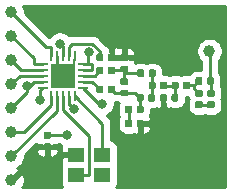
<source format=gbr>
G04 #@! TF.GenerationSoftware,KiCad,Pcbnew,(5.1.5-0-10_14)*
G04 #@! TF.CreationDate,2020-02-28T08:34:56+01:00*
G04 #@! TF.ProjectId,CC1101_Module,43433131-3031-45f4-9d6f-64756c652e6b,rev?*
G04 #@! TF.SameCoordinates,Original*
G04 #@! TF.FileFunction,Copper,L1,Top*
G04 #@! TF.FilePolarity,Positive*
%FSLAX46Y46*%
G04 Gerber Fmt 4.6, Leading zero omitted, Abs format (unit mm)*
G04 Created by KiCad (PCBNEW (5.1.5-0-10_14)) date 2020-02-28 08:34:56*
%MOMM*%
%LPD*%
G04 APERTURE LIST*
%ADD10C,1.000000*%
%ADD11C,0.100000*%
%ADD12R,1.400000X1.200000*%
%ADD13R,2.000000X2.000000*%
%ADD14R,0.890000X0.260000*%
%ADD15R,0.260000X0.890000*%
%ADD16C,0.800000*%
%ADD17C,0.250000*%
%ADD18C,0.200000*%
%ADD19C,0.254000*%
G04 APERTURE END LIST*
D10*
X54356000Y-52578000D03*
X54356000Y-46482000D03*
X54356000Y-40386000D03*
X54356000Y-50546000D03*
X54356000Y-44450000D03*
X54356000Y-42418000D03*
X54356000Y-54610000D03*
X71120000Y-43688000D03*
X54356000Y-48514000D03*
G04 #@! TA.AperFunction,SMDPad,CuDef*
D11*
G36*
X71433958Y-47942710D02*
G01*
X71448276Y-47944834D01*
X71462317Y-47948351D01*
X71475946Y-47953228D01*
X71489031Y-47959417D01*
X71501447Y-47966858D01*
X71513073Y-47975481D01*
X71523798Y-47985202D01*
X71533519Y-47995927D01*
X71542142Y-48007553D01*
X71549583Y-48019969D01*
X71555772Y-48033054D01*
X71560649Y-48046683D01*
X71564166Y-48060724D01*
X71566290Y-48075042D01*
X71567000Y-48089500D01*
X71567000Y-48384500D01*
X71566290Y-48398958D01*
X71564166Y-48413276D01*
X71560649Y-48427317D01*
X71555772Y-48440946D01*
X71549583Y-48454031D01*
X71542142Y-48466447D01*
X71533519Y-48478073D01*
X71523798Y-48488798D01*
X71513073Y-48498519D01*
X71501447Y-48507142D01*
X71489031Y-48514583D01*
X71475946Y-48520772D01*
X71462317Y-48525649D01*
X71448276Y-48529166D01*
X71433958Y-48531290D01*
X71419500Y-48532000D01*
X71074500Y-48532000D01*
X71060042Y-48531290D01*
X71045724Y-48529166D01*
X71031683Y-48525649D01*
X71018054Y-48520772D01*
X71004969Y-48514583D01*
X70992553Y-48507142D01*
X70980927Y-48498519D01*
X70970202Y-48488798D01*
X70960481Y-48478073D01*
X70951858Y-48466447D01*
X70944417Y-48454031D01*
X70938228Y-48440946D01*
X70933351Y-48427317D01*
X70929834Y-48413276D01*
X70927710Y-48398958D01*
X70927000Y-48384500D01*
X70927000Y-48089500D01*
X70927710Y-48075042D01*
X70929834Y-48060724D01*
X70933351Y-48046683D01*
X70938228Y-48033054D01*
X70944417Y-48019969D01*
X70951858Y-48007553D01*
X70960481Y-47995927D01*
X70970202Y-47985202D01*
X70980927Y-47975481D01*
X70992553Y-47966858D01*
X71004969Y-47959417D01*
X71018054Y-47953228D01*
X71031683Y-47948351D01*
X71045724Y-47944834D01*
X71060042Y-47942710D01*
X71074500Y-47942000D01*
X71419500Y-47942000D01*
X71433958Y-47942710D01*
G37*
G04 #@! TD.AperFunction*
G04 #@! TA.AperFunction,SMDPad,CuDef*
G36*
X71433958Y-46972710D02*
G01*
X71448276Y-46974834D01*
X71462317Y-46978351D01*
X71475946Y-46983228D01*
X71489031Y-46989417D01*
X71501447Y-46996858D01*
X71513073Y-47005481D01*
X71523798Y-47015202D01*
X71533519Y-47025927D01*
X71542142Y-47037553D01*
X71549583Y-47049969D01*
X71555772Y-47063054D01*
X71560649Y-47076683D01*
X71564166Y-47090724D01*
X71566290Y-47105042D01*
X71567000Y-47119500D01*
X71567000Y-47414500D01*
X71566290Y-47428958D01*
X71564166Y-47443276D01*
X71560649Y-47457317D01*
X71555772Y-47470946D01*
X71549583Y-47484031D01*
X71542142Y-47496447D01*
X71533519Y-47508073D01*
X71523798Y-47518798D01*
X71513073Y-47528519D01*
X71501447Y-47537142D01*
X71489031Y-47544583D01*
X71475946Y-47550772D01*
X71462317Y-47555649D01*
X71448276Y-47559166D01*
X71433958Y-47561290D01*
X71419500Y-47562000D01*
X71074500Y-47562000D01*
X71060042Y-47561290D01*
X71045724Y-47559166D01*
X71031683Y-47555649D01*
X71018054Y-47550772D01*
X71004969Y-47544583D01*
X70992553Y-47537142D01*
X70980927Y-47528519D01*
X70970202Y-47518798D01*
X70960481Y-47508073D01*
X70951858Y-47496447D01*
X70944417Y-47484031D01*
X70938228Y-47470946D01*
X70933351Y-47457317D01*
X70929834Y-47443276D01*
X70927710Y-47428958D01*
X70927000Y-47414500D01*
X70927000Y-47119500D01*
X70927710Y-47105042D01*
X70929834Y-47090724D01*
X70933351Y-47076683D01*
X70938228Y-47063054D01*
X70944417Y-47049969D01*
X70951858Y-47037553D01*
X70960481Y-47025927D01*
X70970202Y-47015202D01*
X70980927Y-47005481D01*
X70992553Y-46996858D01*
X71004969Y-46989417D01*
X71018054Y-46983228D01*
X71031683Y-46978351D01*
X71045724Y-46974834D01*
X71060042Y-46972710D01*
X71074500Y-46972000D01*
X71419500Y-46972000D01*
X71433958Y-46972710D01*
G37*
G04 #@! TD.AperFunction*
G04 #@! TA.AperFunction,SMDPad,CuDef*
G36*
X70417958Y-46972710D02*
G01*
X70432276Y-46974834D01*
X70446317Y-46978351D01*
X70459946Y-46983228D01*
X70473031Y-46989417D01*
X70485447Y-46996858D01*
X70497073Y-47005481D01*
X70507798Y-47015202D01*
X70517519Y-47025927D01*
X70526142Y-47037553D01*
X70533583Y-47049969D01*
X70539772Y-47063054D01*
X70544649Y-47076683D01*
X70548166Y-47090724D01*
X70550290Y-47105042D01*
X70551000Y-47119500D01*
X70551000Y-47414500D01*
X70550290Y-47428958D01*
X70548166Y-47443276D01*
X70544649Y-47457317D01*
X70539772Y-47470946D01*
X70533583Y-47484031D01*
X70526142Y-47496447D01*
X70517519Y-47508073D01*
X70507798Y-47518798D01*
X70497073Y-47528519D01*
X70485447Y-47537142D01*
X70473031Y-47544583D01*
X70459946Y-47550772D01*
X70446317Y-47555649D01*
X70432276Y-47559166D01*
X70417958Y-47561290D01*
X70403500Y-47562000D01*
X70058500Y-47562000D01*
X70044042Y-47561290D01*
X70029724Y-47559166D01*
X70015683Y-47555649D01*
X70002054Y-47550772D01*
X69988969Y-47544583D01*
X69976553Y-47537142D01*
X69964927Y-47528519D01*
X69954202Y-47518798D01*
X69944481Y-47508073D01*
X69935858Y-47496447D01*
X69928417Y-47484031D01*
X69922228Y-47470946D01*
X69917351Y-47457317D01*
X69913834Y-47443276D01*
X69911710Y-47428958D01*
X69911000Y-47414500D01*
X69911000Y-47119500D01*
X69911710Y-47105042D01*
X69913834Y-47090724D01*
X69917351Y-47076683D01*
X69922228Y-47063054D01*
X69928417Y-47049969D01*
X69935858Y-47037553D01*
X69944481Y-47025927D01*
X69954202Y-47015202D01*
X69964927Y-47005481D01*
X69976553Y-46996858D01*
X69988969Y-46989417D01*
X70002054Y-46983228D01*
X70015683Y-46978351D01*
X70029724Y-46974834D01*
X70044042Y-46972710D01*
X70058500Y-46972000D01*
X70403500Y-46972000D01*
X70417958Y-46972710D01*
G37*
G04 #@! TD.AperFunction*
G04 #@! TA.AperFunction,SMDPad,CuDef*
G36*
X70417958Y-47942710D02*
G01*
X70432276Y-47944834D01*
X70446317Y-47948351D01*
X70459946Y-47953228D01*
X70473031Y-47959417D01*
X70485447Y-47966858D01*
X70497073Y-47975481D01*
X70507798Y-47985202D01*
X70517519Y-47995927D01*
X70526142Y-48007553D01*
X70533583Y-48019969D01*
X70539772Y-48033054D01*
X70544649Y-48046683D01*
X70548166Y-48060724D01*
X70550290Y-48075042D01*
X70551000Y-48089500D01*
X70551000Y-48384500D01*
X70550290Y-48398958D01*
X70548166Y-48413276D01*
X70544649Y-48427317D01*
X70539772Y-48440946D01*
X70533583Y-48454031D01*
X70526142Y-48466447D01*
X70517519Y-48478073D01*
X70507798Y-48488798D01*
X70497073Y-48498519D01*
X70485447Y-48507142D01*
X70473031Y-48514583D01*
X70459946Y-48520772D01*
X70446317Y-48525649D01*
X70432276Y-48529166D01*
X70417958Y-48531290D01*
X70403500Y-48532000D01*
X70058500Y-48532000D01*
X70044042Y-48531290D01*
X70029724Y-48529166D01*
X70015683Y-48525649D01*
X70002054Y-48520772D01*
X69988969Y-48514583D01*
X69976553Y-48507142D01*
X69964927Y-48498519D01*
X69954202Y-48488798D01*
X69944481Y-48478073D01*
X69935858Y-48466447D01*
X69928417Y-48454031D01*
X69922228Y-48440946D01*
X69917351Y-48427317D01*
X69913834Y-48413276D01*
X69911710Y-48398958D01*
X69911000Y-48384500D01*
X69911000Y-48089500D01*
X69911710Y-48075042D01*
X69913834Y-48060724D01*
X69917351Y-48046683D01*
X69922228Y-48033054D01*
X69928417Y-48019969D01*
X69935858Y-48007553D01*
X69944481Y-47995927D01*
X69954202Y-47985202D01*
X69964927Y-47975481D01*
X69976553Y-47966858D01*
X69988969Y-47959417D01*
X70002054Y-47953228D01*
X70015683Y-47948351D01*
X70029724Y-47944834D01*
X70044042Y-47942710D01*
X70058500Y-47942000D01*
X70403500Y-47942000D01*
X70417958Y-47942710D01*
G37*
G04 #@! TD.AperFunction*
G04 #@! TA.AperFunction,SMDPad,CuDef*
G36*
X70390558Y-45908710D02*
G01*
X70404876Y-45910834D01*
X70418917Y-45914351D01*
X70432546Y-45919228D01*
X70445631Y-45925417D01*
X70458047Y-45932858D01*
X70469673Y-45941481D01*
X70480398Y-45951202D01*
X70490119Y-45961927D01*
X70498742Y-45973553D01*
X70506183Y-45985969D01*
X70512372Y-45999054D01*
X70517249Y-46012683D01*
X70520766Y-46026724D01*
X70522890Y-46041042D01*
X70523600Y-46055500D01*
X70523600Y-46400500D01*
X70522890Y-46414958D01*
X70520766Y-46429276D01*
X70517249Y-46443317D01*
X70512372Y-46456946D01*
X70506183Y-46470031D01*
X70498742Y-46482447D01*
X70490119Y-46494073D01*
X70480398Y-46504798D01*
X70469673Y-46514519D01*
X70458047Y-46523142D01*
X70445631Y-46530583D01*
X70432546Y-46536772D01*
X70418917Y-46541649D01*
X70404876Y-46545166D01*
X70390558Y-46547290D01*
X70376100Y-46548000D01*
X70081100Y-46548000D01*
X70066642Y-46547290D01*
X70052324Y-46545166D01*
X70038283Y-46541649D01*
X70024654Y-46536772D01*
X70011569Y-46530583D01*
X69999153Y-46523142D01*
X69987527Y-46514519D01*
X69976802Y-46504798D01*
X69967081Y-46494073D01*
X69958458Y-46482447D01*
X69951017Y-46470031D01*
X69944828Y-46456946D01*
X69939951Y-46443317D01*
X69936434Y-46429276D01*
X69934310Y-46414958D01*
X69933600Y-46400500D01*
X69933600Y-46055500D01*
X69934310Y-46041042D01*
X69936434Y-46026724D01*
X69939951Y-46012683D01*
X69944828Y-45999054D01*
X69951017Y-45985969D01*
X69958458Y-45973553D01*
X69967081Y-45961927D01*
X69976802Y-45951202D01*
X69987527Y-45941481D01*
X69999153Y-45932858D01*
X70011569Y-45925417D01*
X70024654Y-45919228D01*
X70038283Y-45914351D01*
X70052324Y-45910834D01*
X70066642Y-45908710D01*
X70081100Y-45908000D01*
X70376100Y-45908000D01*
X70390558Y-45908710D01*
G37*
G04 #@! TD.AperFunction*
G04 #@! TA.AperFunction,SMDPad,CuDef*
G36*
X71360558Y-45908710D02*
G01*
X71374876Y-45910834D01*
X71388917Y-45914351D01*
X71402546Y-45919228D01*
X71415631Y-45925417D01*
X71428047Y-45932858D01*
X71439673Y-45941481D01*
X71450398Y-45951202D01*
X71460119Y-45961927D01*
X71468742Y-45973553D01*
X71476183Y-45985969D01*
X71482372Y-45999054D01*
X71487249Y-46012683D01*
X71490766Y-46026724D01*
X71492890Y-46041042D01*
X71493600Y-46055500D01*
X71493600Y-46400500D01*
X71492890Y-46414958D01*
X71490766Y-46429276D01*
X71487249Y-46443317D01*
X71482372Y-46456946D01*
X71476183Y-46470031D01*
X71468742Y-46482447D01*
X71460119Y-46494073D01*
X71450398Y-46504798D01*
X71439673Y-46514519D01*
X71428047Y-46523142D01*
X71415631Y-46530583D01*
X71402546Y-46536772D01*
X71388917Y-46541649D01*
X71374876Y-46545166D01*
X71360558Y-46547290D01*
X71346100Y-46548000D01*
X71051100Y-46548000D01*
X71036642Y-46547290D01*
X71022324Y-46545166D01*
X71008283Y-46541649D01*
X70994654Y-46536772D01*
X70981569Y-46530583D01*
X70969153Y-46523142D01*
X70957527Y-46514519D01*
X70946802Y-46504798D01*
X70937081Y-46494073D01*
X70928458Y-46482447D01*
X70921017Y-46470031D01*
X70914828Y-46456946D01*
X70909951Y-46443317D01*
X70906434Y-46429276D01*
X70904310Y-46414958D01*
X70903600Y-46400500D01*
X70903600Y-46055500D01*
X70904310Y-46041042D01*
X70906434Y-46026724D01*
X70909951Y-46012683D01*
X70914828Y-45999054D01*
X70921017Y-45985969D01*
X70928458Y-45973553D01*
X70937081Y-45961927D01*
X70946802Y-45951202D01*
X70957527Y-45941481D01*
X70969153Y-45932858D01*
X70981569Y-45925417D01*
X70994654Y-45919228D01*
X71008283Y-45914351D01*
X71022324Y-45910834D01*
X71036642Y-45908710D01*
X71051100Y-45908000D01*
X71346100Y-45908000D01*
X71360558Y-45908710D01*
G37*
G04 #@! TD.AperFunction*
D12*
X62060000Y-54190000D03*
X59860000Y-54190000D03*
X59860000Y-52490000D03*
X62060000Y-52490000D03*
D13*
X58699400Y-45796200D03*
D14*
X60389400Y-44796200D03*
X60389400Y-45296200D03*
X60389400Y-45796200D03*
X60389400Y-46296200D03*
X60389400Y-46796200D03*
X57009400Y-46796200D03*
X57009400Y-46296200D03*
X57009400Y-45796200D03*
X57009400Y-45296200D03*
X57009400Y-44796200D03*
D15*
X57699400Y-44106200D03*
X58199400Y-44106200D03*
X58699400Y-44106200D03*
X59199400Y-44106200D03*
X59699400Y-44106200D03*
X59699400Y-47486200D03*
X59199400Y-47486200D03*
X58699400Y-47486200D03*
X58199400Y-47486200D03*
X57699400Y-47486200D03*
G04 #@! TA.AperFunction,SMDPad,CuDef*
D11*
G36*
X62008558Y-43902110D02*
G01*
X62022876Y-43904234D01*
X62036917Y-43907751D01*
X62050546Y-43912628D01*
X62063631Y-43918817D01*
X62076047Y-43926258D01*
X62087673Y-43934881D01*
X62098398Y-43944602D01*
X62108119Y-43955327D01*
X62116742Y-43966953D01*
X62124183Y-43979369D01*
X62130372Y-43992454D01*
X62135249Y-44006083D01*
X62138766Y-44020124D01*
X62140890Y-44034442D01*
X62141600Y-44048900D01*
X62141600Y-44393900D01*
X62140890Y-44408358D01*
X62138766Y-44422676D01*
X62135249Y-44436717D01*
X62130372Y-44450346D01*
X62124183Y-44463431D01*
X62116742Y-44475847D01*
X62108119Y-44487473D01*
X62098398Y-44498198D01*
X62087673Y-44507919D01*
X62076047Y-44516542D01*
X62063631Y-44523983D01*
X62050546Y-44530172D01*
X62036917Y-44535049D01*
X62022876Y-44538566D01*
X62008558Y-44540690D01*
X61994100Y-44541400D01*
X61699100Y-44541400D01*
X61684642Y-44540690D01*
X61670324Y-44538566D01*
X61656283Y-44535049D01*
X61642654Y-44530172D01*
X61629569Y-44523983D01*
X61617153Y-44516542D01*
X61605527Y-44507919D01*
X61594802Y-44498198D01*
X61585081Y-44487473D01*
X61576458Y-44475847D01*
X61569017Y-44463431D01*
X61562828Y-44450346D01*
X61557951Y-44436717D01*
X61554434Y-44422676D01*
X61552310Y-44408358D01*
X61551600Y-44393900D01*
X61551600Y-44048900D01*
X61552310Y-44034442D01*
X61554434Y-44020124D01*
X61557951Y-44006083D01*
X61562828Y-43992454D01*
X61569017Y-43979369D01*
X61576458Y-43966953D01*
X61585081Y-43955327D01*
X61594802Y-43944602D01*
X61605527Y-43934881D01*
X61617153Y-43926258D01*
X61629569Y-43918817D01*
X61642654Y-43912628D01*
X61656283Y-43907751D01*
X61670324Y-43904234D01*
X61684642Y-43902110D01*
X61699100Y-43901400D01*
X61994100Y-43901400D01*
X62008558Y-43902110D01*
G37*
G04 #@! TD.AperFunction*
G04 #@! TA.AperFunction,SMDPad,CuDef*
G36*
X62978558Y-43902110D02*
G01*
X62992876Y-43904234D01*
X63006917Y-43907751D01*
X63020546Y-43912628D01*
X63033631Y-43918817D01*
X63046047Y-43926258D01*
X63057673Y-43934881D01*
X63068398Y-43944602D01*
X63078119Y-43955327D01*
X63086742Y-43966953D01*
X63094183Y-43979369D01*
X63100372Y-43992454D01*
X63105249Y-44006083D01*
X63108766Y-44020124D01*
X63110890Y-44034442D01*
X63111600Y-44048900D01*
X63111600Y-44393900D01*
X63110890Y-44408358D01*
X63108766Y-44422676D01*
X63105249Y-44436717D01*
X63100372Y-44450346D01*
X63094183Y-44463431D01*
X63086742Y-44475847D01*
X63078119Y-44487473D01*
X63068398Y-44498198D01*
X63057673Y-44507919D01*
X63046047Y-44516542D01*
X63033631Y-44523983D01*
X63020546Y-44530172D01*
X63006917Y-44535049D01*
X62992876Y-44538566D01*
X62978558Y-44540690D01*
X62964100Y-44541400D01*
X62669100Y-44541400D01*
X62654642Y-44540690D01*
X62640324Y-44538566D01*
X62626283Y-44535049D01*
X62612654Y-44530172D01*
X62599569Y-44523983D01*
X62587153Y-44516542D01*
X62575527Y-44507919D01*
X62564802Y-44498198D01*
X62555081Y-44487473D01*
X62546458Y-44475847D01*
X62539017Y-44463431D01*
X62532828Y-44450346D01*
X62527951Y-44436717D01*
X62524434Y-44422676D01*
X62522310Y-44408358D01*
X62521600Y-44393900D01*
X62521600Y-44048900D01*
X62522310Y-44034442D01*
X62524434Y-44020124D01*
X62527951Y-44006083D01*
X62532828Y-43992454D01*
X62539017Y-43979369D01*
X62546458Y-43966953D01*
X62555081Y-43955327D01*
X62564802Y-43944602D01*
X62575527Y-43934881D01*
X62587153Y-43926258D01*
X62599569Y-43918817D01*
X62612654Y-43912628D01*
X62626283Y-43907751D01*
X62640324Y-43904234D01*
X62654642Y-43902110D01*
X62669100Y-43901400D01*
X62964100Y-43901400D01*
X62978558Y-43902110D01*
G37*
G04 #@! TD.AperFunction*
G04 #@! TA.AperFunction,SMDPad,CuDef*
G36*
X65462958Y-45248310D02*
G01*
X65477276Y-45250434D01*
X65491317Y-45253951D01*
X65504946Y-45258828D01*
X65518031Y-45265017D01*
X65530447Y-45272458D01*
X65542073Y-45281081D01*
X65552798Y-45290802D01*
X65562519Y-45301527D01*
X65571142Y-45313153D01*
X65578583Y-45325569D01*
X65584772Y-45338654D01*
X65589649Y-45352283D01*
X65593166Y-45366324D01*
X65595290Y-45380642D01*
X65596000Y-45395100D01*
X65596000Y-45740100D01*
X65595290Y-45754558D01*
X65593166Y-45768876D01*
X65589649Y-45782917D01*
X65584772Y-45796546D01*
X65578583Y-45809631D01*
X65571142Y-45822047D01*
X65562519Y-45833673D01*
X65552798Y-45844398D01*
X65542073Y-45854119D01*
X65530447Y-45862742D01*
X65518031Y-45870183D01*
X65504946Y-45876372D01*
X65491317Y-45881249D01*
X65477276Y-45884766D01*
X65462958Y-45886890D01*
X65448500Y-45887600D01*
X65153500Y-45887600D01*
X65139042Y-45886890D01*
X65124724Y-45884766D01*
X65110683Y-45881249D01*
X65097054Y-45876372D01*
X65083969Y-45870183D01*
X65071553Y-45862742D01*
X65059927Y-45854119D01*
X65049202Y-45844398D01*
X65039481Y-45833673D01*
X65030858Y-45822047D01*
X65023417Y-45809631D01*
X65017228Y-45796546D01*
X65012351Y-45782917D01*
X65008834Y-45768876D01*
X65006710Y-45754558D01*
X65006000Y-45740100D01*
X65006000Y-45395100D01*
X65006710Y-45380642D01*
X65008834Y-45366324D01*
X65012351Y-45352283D01*
X65017228Y-45338654D01*
X65023417Y-45325569D01*
X65030858Y-45313153D01*
X65039481Y-45301527D01*
X65049202Y-45290802D01*
X65059927Y-45281081D01*
X65071553Y-45272458D01*
X65083969Y-45265017D01*
X65097054Y-45258828D01*
X65110683Y-45253951D01*
X65124724Y-45250434D01*
X65139042Y-45248310D01*
X65153500Y-45247600D01*
X65448500Y-45247600D01*
X65462958Y-45248310D01*
G37*
G04 #@! TD.AperFunction*
G04 #@! TA.AperFunction,SMDPad,CuDef*
G36*
X66432958Y-45248310D02*
G01*
X66447276Y-45250434D01*
X66461317Y-45253951D01*
X66474946Y-45258828D01*
X66488031Y-45265017D01*
X66500447Y-45272458D01*
X66512073Y-45281081D01*
X66522798Y-45290802D01*
X66532519Y-45301527D01*
X66541142Y-45313153D01*
X66548583Y-45325569D01*
X66554772Y-45338654D01*
X66559649Y-45352283D01*
X66563166Y-45366324D01*
X66565290Y-45380642D01*
X66566000Y-45395100D01*
X66566000Y-45740100D01*
X66565290Y-45754558D01*
X66563166Y-45768876D01*
X66559649Y-45782917D01*
X66554772Y-45796546D01*
X66548583Y-45809631D01*
X66541142Y-45822047D01*
X66532519Y-45833673D01*
X66522798Y-45844398D01*
X66512073Y-45854119D01*
X66500447Y-45862742D01*
X66488031Y-45870183D01*
X66474946Y-45876372D01*
X66461317Y-45881249D01*
X66447276Y-45884766D01*
X66432958Y-45886890D01*
X66418500Y-45887600D01*
X66123500Y-45887600D01*
X66109042Y-45886890D01*
X66094724Y-45884766D01*
X66080683Y-45881249D01*
X66067054Y-45876372D01*
X66053969Y-45870183D01*
X66041553Y-45862742D01*
X66029927Y-45854119D01*
X66019202Y-45844398D01*
X66009481Y-45833673D01*
X66000858Y-45822047D01*
X65993417Y-45809631D01*
X65987228Y-45796546D01*
X65982351Y-45782917D01*
X65978834Y-45768876D01*
X65976710Y-45754558D01*
X65976000Y-45740100D01*
X65976000Y-45395100D01*
X65976710Y-45380642D01*
X65978834Y-45366324D01*
X65982351Y-45352283D01*
X65987228Y-45338654D01*
X65993417Y-45325569D01*
X66000858Y-45313153D01*
X66009481Y-45301527D01*
X66019202Y-45290802D01*
X66029927Y-45281081D01*
X66041553Y-45272458D01*
X66053969Y-45265017D01*
X66067054Y-45258828D01*
X66080683Y-45253951D01*
X66094724Y-45250434D01*
X66109042Y-45248310D01*
X66123500Y-45247600D01*
X66418500Y-45247600D01*
X66432958Y-45248310D01*
G37*
G04 #@! TD.AperFunction*
G04 #@! TA.AperFunction,SMDPad,CuDef*
G36*
X62978558Y-45019710D02*
G01*
X62992876Y-45021834D01*
X63006917Y-45025351D01*
X63020546Y-45030228D01*
X63033631Y-45036417D01*
X63046047Y-45043858D01*
X63057673Y-45052481D01*
X63068398Y-45062202D01*
X63078119Y-45072927D01*
X63086742Y-45084553D01*
X63094183Y-45096969D01*
X63100372Y-45110054D01*
X63105249Y-45123683D01*
X63108766Y-45137724D01*
X63110890Y-45152042D01*
X63111600Y-45166500D01*
X63111600Y-45511500D01*
X63110890Y-45525958D01*
X63108766Y-45540276D01*
X63105249Y-45554317D01*
X63100372Y-45567946D01*
X63094183Y-45581031D01*
X63086742Y-45593447D01*
X63078119Y-45605073D01*
X63068398Y-45615798D01*
X63057673Y-45625519D01*
X63046047Y-45634142D01*
X63033631Y-45641583D01*
X63020546Y-45647772D01*
X63006917Y-45652649D01*
X62992876Y-45656166D01*
X62978558Y-45658290D01*
X62964100Y-45659000D01*
X62669100Y-45659000D01*
X62654642Y-45658290D01*
X62640324Y-45656166D01*
X62626283Y-45652649D01*
X62612654Y-45647772D01*
X62599569Y-45641583D01*
X62587153Y-45634142D01*
X62575527Y-45625519D01*
X62564802Y-45615798D01*
X62555081Y-45605073D01*
X62546458Y-45593447D01*
X62539017Y-45581031D01*
X62532828Y-45567946D01*
X62527951Y-45554317D01*
X62524434Y-45540276D01*
X62522310Y-45525958D01*
X62521600Y-45511500D01*
X62521600Y-45166500D01*
X62522310Y-45152042D01*
X62524434Y-45137724D01*
X62527951Y-45123683D01*
X62532828Y-45110054D01*
X62539017Y-45096969D01*
X62546458Y-45084553D01*
X62555081Y-45072927D01*
X62564802Y-45062202D01*
X62575527Y-45052481D01*
X62587153Y-45043858D01*
X62599569Y-45036417D01*
X62612654Y-45030228D01*
X62626283Y-45025351D01*
X62640324Y-45021834D01*
X62654642Y-45019710D01*
X62669100Y-45019000D01*
X62964100Y-45019000D01*
X62978558Y-45019710D01*
G37*
G04 #@! TD.AperFunction*
G04 #@! TA.AperFunction,SMDPad,CuDef*
G36*
X62008558Y-45019710D02*
G01*
X62022876Y-45021834D01*
X62036917Y-45025351D01*
X62050546Y-45030228D01*
X62063631Y-45036417D01*
X62076047Y-45043858D01*
X62087673Y-45052481D01*
X62098398Y-45062202D01*
X62108119Y-45072927D01*
X62116742Y-45084553D01*
X62124183Y-45096969D01*
X62130372Y-45110054D01*
X62135249Y-45123683D01*
X62138766Y-45137724D01*
X62140890Y-45152042D01*
X62141600Y-45166500D01*
X62141600Y-45511500D01*
X62140890Y-45525958D01*
X62138766Y-45540276D01*
X62135249Y-45554317D01*
X62130372Y-45567946D01*
X62124183Y-45581031D01*
X62116742Y-45593447D01*
X62108119Y-45605073D01*
X62098398Y-45615798D01*
X62087673Y-45625519D01*
X62076047Y-45634142D01*
X62063631Y-45641583D01*
X62050546Y-45647772D01*
X62036917Y-45652649D01*
X62022876Y-45656166D01*
X62008558Y-45658290D01*
X61994100Y-45659000D01*
X61699100Y-45659000D01*
X61684642Y-45658290D01*
X61670324Y-45656166D01*
X61656283Y-45652649D01*
X61642654Y-45647772D01*
X61629569Y-45641583D01*
X61617153Y-45634142D01*
X61605527Y-45625519D01*
X61594802Y-45615798D01*
X61585081Y-45605073D01*
X61576458Y-45593447D01*
X61569017Y-45581031D01*
X61562828Y-45567946D01*
X61557951Y-45554317D01*
X61554434Y-45540276D01*
X61552310Y-45525958D01*
X61551600Y-45511500D01*
X61551600Y-45166500D01*
X61552310Y-45152042D01*
X61554434Y-45137724D01*
X61557951Y-45123683D01*
X61562828Y-45110054D01*
X61569017Y-45096969D01*
X61576458Y-45084553D01*
X61585081Y-45072927D01*
X61594802Y-45062202D01*
X61605527Y-45052481D01*
X61617153Y-45043858D01*
X61629569Y-45036417D01*
X61642654Y-45030228D01*
X61656283Y-45025351D01*
X61670324Y-45021834D01*
X61684642Y-45019710D01*
X61699100Y-45019000D01*
X61994100Y-45019000D01*
X62008558Y-45019710D01*
G37*
G04 #@! TD.AperFunction*
G04 #@! TA.AperFunction,SMDPad,CuDef*
G36*
X68383958Y-46289710D02*
G01*
X68398276Y-46291834D01*
X68412317Y-46295351D01*
X68425946Y-46300228D01*
X68439031Y-46306417D01*
X68451447Y-46313858D01*
X68463073Y-46322481D01*
X68473798Y-46332202D01*
X68483519Y-46342927D01*
X68492142Y-46354553D01*
X68499583Y-46366969D01*
X68505772Y-46380054D01*
X68510649Y-46393683D01*
X68514166Y-46407724D01*
X68516290Y-46422042D01*
X68517000Y-46436500D01*
X68517000Y-46781500D01*
X68516290Y-46795958D01*
X68514166Y-46810276D01*
X68510649Y-46824317D01*
X68505772Y-46837946D01*
X68499583Y-46851031D01*
X68492142Y-46863447D01*
X68483519Y-46875073D01*
X68473798Y-46885798D01*
X68463073Y-46895519D01*
X68451447Y-46904142D01*
X68439031Y-46911583D01*
X68425946Y-46917772D01*
X68412317Y-46922649D01*
X68398276Y-46926166D01*
X68383958Y-46928290D01*
X68369500Y-46929000D01*
X68074500Y-46929000D01*
X68060042Y-46928290D01*
X68045724Y-46926166D01*
X68031683Y-46922649D01*
X68018054Y-46917772D01*
X68004969Y-46911583D01*
X67992553Y-46904142D01*
X67980927Y-46895519D01*
X67970202Y-46885798D01*
X67960481Y-46875073D01*
X67951858Y-46863447D01*
X67944417Y-46851031D01*
X67938228Y-46837946D01*
X67933351Y-46824317D01*
X67929834Y-46810276D01*
X67927710Y-46795958D01*
X67927000Y-46781500D01*
X67927000Y-46436500D01*
X67927710Y-46422042D01*
X67929834Y-46407724D01*
X67933351Y-46393683D01*
X67938228Y-46380054D01*
X67944417Y-46366969D01*
X67951858Y-46354553D01*
X67960481Y-46342927D01*
X67970202Y-46332202D01*
X67980927Y-46322481D01*
X67992553Y-46313858D01*
X68004969Y-46306417D01*
X68018054Y-46300228D01*
X68031683Y-46295351D01*
X68045724Y-46291834D01*
X68060042Y-46289710D01*
X68074500Y-46289000D01*
X68369500Y-46289000D01*
X68383958Y-46289710D01*
G37*
G04 #@! TD.AperFunction*
G04 #@! TA.AperFunction,SMDPad,CuDef*
G36*
X69353958Y-46289710D02*
G01*
X69368276Y-46291834D01*
X69382317Y-46295351D01*
X69395946Y-46300228D01*
X69409031Y-46306417D01*
X69421447Y-46313858D01*
X69433073Y-46322481D01*
X69443798Y-46332202D01*
X69453519Y-46342927D01*
X69462142Y-46354553D01*
X69469583Y-46366969D01*
X69475772Y-46380054D01*
X69480649Y-46393683D01*
X69484166Y-46407724D01*
X69486290Y-46422042D01*
X69487000Y-46436500D01*
X69487000Y-46781500D01*
X69486290Y-46795958D01*
X69484166Y-46810276D01*
X69480649Y-46824317D01*
X69475772Y-46837946D01*
X69469583Y-46851031D01*
X69462142Y-46863447D01*
X69453519Y-46875073D01*
X69443798Y-46885798D01*
X69433073Y-46895519D01*
X69421447Y-46904142D01*
X69409031Y-46911583D01*
X69395946Y-46917772D01*
X69382317Y-46922649D01*
X69368276Y-46926166D01*
X69353958Y-46928290D01*
X69339500Y-46929000D01*
X69044500Y-46929000D01*
X69030042Y-46928290D01*
X69015724Y-46926166D01*
X69001683Y-46922649D01*
X68988054Y-46917772D01*
X68974969Y-46911583D01*
X68962553Y-46904142D01*
X68950927Y-46895519D01*
X68940202Y-46885798D01*
X68930481Y-46875073D01*
X68921858Y-46863447D01*
X68914417Y-46851031D01*
X68908228Y-46837946D01*
X68903351Y-46824317D01*
X68899834Y-46810276D01*
X68897710Y-46795958D01*
X68897000Y-46781500D01*
X68897000Y-46436500D01*
X68897710Y-46422042D01*
X68899834Y-46407724D01*
X68903351Y-46393683D01*
X68908228Y-46380054D01*
X68914417Y-46366969D01*
X68921858Y-46354553D01*
X68930481Y-46342927D01*
X68940202Y-46332202D01*
X68950927Y-46322481D01*
X68962553Y-46313858D01*
X68974969Y-46306417D01*
X68988054Y-46300228D01*
X69001683Y-46295351D01*
X69015724Y-46291834D01*
X69030042Y-46289710D01*
X69044500Y-46289000D01*
X69339500Y-46289000D01*
X69353958Y-46289710D01*
G37*
G04 #@! TD.AperFunction*
G04 #@! TA.AperFunction,SMDPad,CuDef*
G36*
X66428158Y-46289710D02*
G01*
X66442476Y-46291834D01*
X66456517Y-46295351D01*
X66470146Y-46300228D01*
X66483231Y-46306417D01*
X66495647Y-46313858D01*
X66507273Y-46322481D01*
X66517998Y-46332202D01*
X66527719Y-46342927D01*
X66536342Y-46354553D01*
X66543783Y-46366969D01*
X66549972Y-46380054D01*
X66554849Y-46393683D01*
X66558366Y-46407724D01*
X66560490Y-46422042D01*
X66561200Y-46436500D01*
X66561200Y-46781500D01*
X66560490Y-46795958D01*
X66558366Y-46810276D01*
X66554849Y-46824317D01*
X66549972Y-46837946D01*
X66543783Y-46851031D01*
X66536342Y-46863447D01*
X66527719Y-46875073D01*
X66517998Y-46885798D01*
X66507273Y-46895519D01*
X66495647Y-46904142D01*
X66483231Y-46911583D01*
X66470146Y-46917772D01*
X66456517Y-46922649D01*
X66442476Y-46926166D01*
X66428158Y-46928290D01*
X66413700Y-46929000D01*
X66118700Y-46929000D01*
X66104242Y-46928290D01*
X66089924Y-46926166D01*
X66075883Y-46922649D01*
X66062254Y-46917772D01*
X66049169Y-46911583D01*
X66036753Y-46904142D01*
X66025127Y-46895519D01*
X66014402Y-46885798D01*
X66004681Y-46875073D01*
X65996058Y-46863447D01*
X65988617Y-46851031D01*
X65982428Y-46837946D01*
X65977551Y-46824317D01*
X65974034Y-46810276D01*
X65971910Y-46795958D01*
X65971200Y-46781500D01*
X65971200Y-46436500D01*
X65971910Y-46422042D01*
X65974034Y-46407724D01*
X65977551Y-46393683D01*
X65982428Y-46380054D01*
X65988617Y-46366969D01*
X65996058Y-46354553D01*
X66004681Y-46342927D01*
X66014402Y-46332202D01*
X66025127Y-46322481D01*
X66036753Y-46313858D01*
X66049169Y-46306417D01*
X66062254Y-46300228D01*
X66075883Y-46295351D01*
X66089924Y-46291834D01*
X66104242Y-46289710D01*
X66118700Y-46289000D01*
X66413700Y-46289000D01*
X66428158Y-46289710D01*
G37*
G04 #@! TD.AperFunction*
G04 #@! TA.AperFunction,SMDPad,CuDef*
G36*
X67398158Y-46289710D02*
G01*
X67412476Y-46291834D01*
X67426517Y-46295351D01*
X67440146Y-46300228D01*
X67453231Y-46306417D01*
X67465647Y-46313858D01*
X67477273Y-46322481D01*
X67487998Y-46332202D01*
X67497719Y-46342927D01*
X67506342Y-46354553D01*
X67513783Y-46366969D01*
X67519972Y-46380054D01*
X67524849Y-46393683D01*
X67528366Y-46407724D01*
X67530490Y-46422042D01*
X67531200Y-46436500D01*
X67531200Y-46781500D01*
X67530490Y-46795958D01*
X67528366Y-46810276D01*
X67524849Y-46824317D01*
X67519972Y-46837946D01*
X67513783Y-46851031D01*
X67506342Y-46863447D01*
X67497719Y-46875073D01*
X67487998Y-46885798D01*
X67477273Y-46895519D01*
X67465647Y-46904142D01*
X67453231Y-46911583D01*
X67440146Y-46917772D01*
X67426517Y-46922649D01*
X67412476Y-46926166D01*
X67398158Y-46928290D01*
X67383700Y-46929000D01*
X67088700Y-46929000D01*
X67074242Y-46928290D01*
X67059924Y-46926166D01*
X67045883Y-46922649D01*
X67032254Y-46917772D01*
X67019169Y-46911583D01*
X67006753Y-46904142D01*
X66995127Y-46895519D01*
X66984402Y-46885798D01*
X66974681Y-46875073D01*
X66966058Y-46863447D01*
X66958617Y-46851031D01*
X66952428Y-46837946D01*
X66947551Y-46824317D01*
X66944034Y-46810276D01*
X66941910Y-46795958D01*
X66941200Y-46781500D01*
X66941200Y-46436500D01*
X66941910Y-46422042D01*
X66944034Y-46407724D01*
X66947551Y-46393683D01*
X66952428Y-46380054D01*
X66958617Y-46366969D01*
X66966058Y-46354553D01*
X66974681Y-46342927D01*
X66984402Y-46332202D01*
X66995127Y-46322481D01*
X67006753Y-46313858D01*
X67019169Y-46306417D01*
X67032254Y-46300228D01*
X67045883Y-46295351D01*
X67059924Y-46291834D01*
X67074242Y-46289710D01*
X67088700Y-46289000D01*
X67383700Y-46289000D01*
X67398158Y-46289710D01*
G37*
G04 #@! TD.AperFunction*
G04 #@! TA.AperFunction,SMDPad,CuDef*
G36*
X65404258Y-48334410D02*
G01*
X65418576Y-48336534D01*
X65432617Y-48340051D01*
X65446246Y-48344928D01*
X65459331Y-48351117D01*
X65471747Y-48358558D01*
X65483373Y-48367181D01*
X65494098Y-48376902D01*
X65503819Y-48387627D01*
X65512442Y-48399253D01*
X65519883Y-48411669D01*
X65526072Y-48424754D01*
X65530949Y-48438383D01*
X65534466Y-48452424D01*
X65536590Y-48466742D01*
X65537300Y-48481200D01*
X65537300Y-48826200D01*
X65536590Y-48840658D01*
X65534466Y-48854976D01*
X65530949Y-48869017D01*
X65526072Y-48882646D01*
X65519883Y-48895731D01*
X65512442Y-48908147D01*
X65503819Y-48919773D01*
X65494098Y-48930498D01*
X65483373Y-48940219D01*
X65471747Y-48948842D01*
X65459331Y-48956283D01*
X65446246Y-48962472D01*
X65432617Y-48967349D01*
X65418576Y-48970866D01*
X65404258Y-48972990D01*
X65389800Y-48973700D01*
X65094800Y-48973700D01*
X65080342Y-48972990D01*
X65066024Y-48970866D01*
X65051983Y-48967349D01*
X65038354Y-48962472D01*
X65025269Y-48956283D01*
X65012853Y-48948842D01*
X65001227Y-48940219D01*
X64990502Y-48930498D01*
X64980781Y-48919773D01*
X64972158Y-48908147D01*
X64964717Y-48895731D01*
X64958528Y-48882646D01*
X64953651Y-48869017D01*
X64950134Y-48854976D01*
X64948010Y-48840658D01*
X64947300Y-48826200D01*
X64947300Y-48481200D01*
X64948010Y-48466742D01*
X64950134Y-48452424D01*
X64953651Y-48438383D01*
X64958528Y-48424754D01*
X64964717Y-48411669D01*
X64972158Y-48399253D01*
X64980781Y-48387627D01*
X64990502Y-48376902D01*
X65001227Y-48367181D01*
X65012853Y-48358558D01*
X65025269Y-48351117D01*
X65038354Y-48344928D01*
X65051983Y-48340051D01*
X65066024Y-48336534D01*
X65080342Y-48334410D01*
X65094800Y-48333700D01*
X65389800Y-48333700D01*
X65404258Y-48334410D01*
G37*
G04 #@! TD.AperFunction*
G04 #@! TA.AperFunction,SMDPad,CuDef*
G36*
X64434258Y-48334410D02*
G01*
X64448576Y-48336534D01*
X64462617Y-48340051D01*
X64476246Y-48344928D01*
X64489331Y-48351117D01*
X64501747Y-48358558D01*
X64513373Y-48367181D01*
X64524098Y-48376902D01*
X64533819Y-48387627D01*
X64542442Y-48399253D01*
X64549883Y-48411669D01*
X64556072Y-48424754D01*
X64560949Y-48438383D01*
X64564466Y-48452424D01*
X64566590Y-48466742D01*
X64567300Y-48481200D01*
X64567300Y-48826200D01*
X64566590Y-48840658D01*
X64564466Y-48854976D01*
X64560949Y-48869017D01*
X64556072Y-48882646D01*
X64549883Y-48895731D01*
X64542442Y-48908147D01*
X64533819Y-48919773D01*
X64524098Y-48930498D01*
X64513373Y-48940219D01*
X64501747Y-48948842D01*
X64489331Y-48956283D01*
X64476246Y-48962472D01*
X64462617Y-48967349D01*
X64448576Y-48970866D01*
X64434258Y-48972990D01*
X64419800Y-48973700D01*
X64124800Y-48973700D01*
X64110342Y-48972990D01*
X64096024Y-48970866D01*
X64081983Y-48967349D01*
X64068354Y-48962472D01*
X64055269Y-48956283D01*
X64042853Y-48948842D01*
X64031227Y-48940219D01*
X64020502Y-48930498D01*
X64010781Y-48919773D01*
X64002158Y-48908147D01*
X63994717Y-48895731D01*
X63988528Y-48882646D01*
X63983651Y-48869017D01*
X63980134Y-48854976D01*
X63978010Y-48840658D01*
X63977300Y-48826200D01*
X63977300Y-48481200D01*
X63978010Y-48466742D01*
X63980134Y-48452424D01*
X63983651Y-48438383D01*
X63988528Y-48424754D01*
X63994717Y-48411669D01*
X64002158Y-48399253D01*
X64010781Y-48387627D01*
X64020502Y-48376902D01*
X64031227Y-48367181D01*
X64042853Y-48358558D01*
X64055269Y-48351117D01*
X64068354Y-48344928D01*
X64081983Y-48340051D01*
X64096024Y-48336534D01*
X64110342Y-48334410D01*
X64124800Y-48333700D01*
X64419800Y-48333700D01*
X64434258Y-48334410D01*
G37*
G04 #@! TD.AperFunction*
G04 #@! TA.AperFunction,SMDPad,CuDef*
G36*
X62008558Y-46619910D02*
G01*
X62022876Y-46622034D01*
X62036917Y-46625551D01*
X62050546Y-46630428D01*
X62063631Y-46636617D01*
X62076047Y-46644058D01*
X62087673Y-46652681D01*
X62098398Y-46662402D01*
X62108119Y-46673127D01*
X62116742Y-46684753D01*
X62124183Y-46697169D01*
X62130372Y-46710254D01*
X62135249Y-46723883D01*
X62138766Y-46737924D01*
X62140890Y-46752242D01*
X62141600Y-46766700D01*
X62141600Y-47111700D01*
X62140890Y-47126158D01*
X62138766Y-47140476D01*
X62135249Y-47154517D01*
X62130372Y-47168146D01*
X62124183Y-47181231D01*
X62116742Y-47193647D01*
X62108119Y-47205273D01*
X62098398Y-47215998D01*
X62087673Y-47225719D01*
X62076047Y-47234342D01*
X62063631Y-47241783D01*
X62050546Y-47247972D01*
X62036917Y-47252849D01*
X62022876Y-47256366D01*
X62008558Y-47258490D01*
X61994100Y-47259200D01*
X61699100Y-47259200D01*
X61684642Y-47258490D01*
X61670324Y-47256366D01*
X61656283Y-47252849D01*
X61642654Y-47247972D01*
X61629569Y-47241783D01*
X61617153Y-47234342D01*
X61605527Y-47225719D01*
X61594802Y-47215998D01*
X61585081Y-47205273D01*
X61576458Y-47193647D01*
X61569017Y-47181231D01*
X61562828Y-47168146D01*
X61557951Y-47154517D01*
X61554434Y-47140476D01*
X61552310Y-47126158D01*
X61551600Y-47111700D01*
X61551600Y-46766700D01*
X61552310Y-46752242D01*
X61554434Y-46737924D01*
X61557951Y-46723883D01*
X61562828Y-46710254D01*
X61569017Y-46697169D01*
X61576458Y-46684753D01*
X61585081Y-46673127D01*
X61594802Y-46662402D01*
X61605527Y-46652681D01*
X61617153Y-46644058D01*
X61629569Y-46636617D01*
X61642654Y-46630428D01*
X61656283Y-46625551D01*
X61670324Y-46622034D01*
X61684642Y-46619910D01*
X61699100Y-46619200D01*
X61994100Y-46619200D01*
X62008558Y-46619910D01*
G37*
G04 #@! TD.AperFunction*
G04 #@! TA.AperFunction,SMDPad,CuDef*
G36*
X62978558Y-46619910D02*
G01*
X62992876Y-46622034D01*
X63006917Y-46625551D01*
X63020546Y-46630428D01*
X63033631Y-46636617D01*
X63046047Y-46644058D01*
X63057673Y-46652681D01*
X63068398Y-46662402D01*
X63078119Y-46673127D01*
X63086742Y-46684753D01*
X63094183Y-46697169D01*
X63100372Y-46710254D01*
X63105249Y-46723883D01*
X63108766Y-46737924D01*
X63110890Y-46752242D01*
X63111600Y-46766700D01*
X63111600Y-47111700D01*
X63110890Y-47126158D01*
X63108766Y-47140476D01*
X63105249Y-47154517D01*
X63100372Y-47168146D01*
X63094183Y-47181231D01*
X63086742Y-47193647D01*
X63078119Y-47205273D01*
X63068398Y-47215998D01*
X63057673Y-47225719D01*
X63046047Y-47234342D01*
X63033631Y-47241783D01*
X63020546Y-47247972D01*
X63006917Y-47252849D01*
X62992876Y-47256366D01*
X62978558Y-47258490D01*
X62964100Y-47259200D01*
X62669100Y-47259200D01*
X62654642Y-47258490D01*
X62640324Y-47256366D01*
X62626283Y-47252849D01*
X62612654Y-47247972D01*
X62599569Y-47241783D01*
X62587153Y-47234342D01*
X62575527Y-47225719D01*
X62564802Y-47215998D01*
X62555081Y-47205273D01*
X62546458Y-47193647D01*
X62539017Y-47181231D01*
X62532828Y-47168146D01*
X62527951Y-47154517D01*
X62524434Y-47140476D01*
X62522310Y-47126158D01*
X62521600Y-47111700D01*
X62521600Y-46766700D01*
X62522310Y-46752242D01*
X62524434Y-46737924D01*
X62527951Y-46723883D01*
X62532828Y-46710254D01*
X62539017Y-46697169D01*
X62546458Y-46684753D01*
X62555081Y-46673127D01*
X62564802Y-46662402D01*
X62575527Y-46652681D01*
X62587153Y-46644058D01*
X62599569Y-46636617D01*
X62612654Y-46630428D01*
X62626283Y-46625551D01*
X62640324Y-46622034D01*
X62654642Y-46619910D01*
X62669100Y-46619200D01*
X62964100Y-46619200D01*
X62978558Y-46619910D01*
G37*
G04 #@! TD.AperFunction*
G04 #@! TA.AperFunction,SMDPad,CuDef*
G36*
X64093358Y-44920110D02*
G01*
X64107676Y-44922234D01*
X64121717Y-44925751D01*
X64135346Y-44930628D01*
X64148431Y-44936817D01*
X64160847Y-44944258D01*
X64172473Y-44952881D01*
X64183198Y-44962602D01*
X64192919Y-44973327D01*
X64201542Y-44984953D01*
X64208983Y-44997369D01*
X64215172Y-45010454D01*
X64220049Y-45024083D01*
X64223566Y-45038124D01*
X64225690Y-45052442D01*
X64226400Y-45066900D01*
X64226400Y-45361900D01*
X64225690Y-45376358D01*
X64223566Y-45390676D01*
X64220049Y-45404717D01*
X64215172Y-45418346D01*
X64208983Y-45431431D01*
X64201542Y-45443847D01*
X64192919Y-45455473D01*
X64183198Y-45466198D01*
X64172473Y-45475919D01*
X64160847Y-45484542D01*
X64148431Y-45491983D01*
X64135346Y-45498172D01*
X64121717Y-45503049D01*
X64107676Y-45506566D01*
X64093358Y-45508690D01*
X64078900Y-45509400D01*
X63733900Y-45509400D01*
X63719442Y-45508690D01*
X63705124Y-45506566D01*
X63691083Y-45503049D01*
X63677454Y-45498172D01*
X63664369Y-45491983D01*
X63651953Y-45484542D01*
X63640327Y-45475919D01*
X63629602Y-45466198D01*
X63619881Y-45455473D01*
X63611258Y-45443847D01*
X63603817Y-45431431D01*
X63597628Y-45418346D01*
X63592751Y-45404717D01*
X63589234Y-45390676D01*
X63587110Y-45376358D01*
X63586400Y-45361900D01*
X63586400Y-45066900D01*
X63587110Y-45052442D01*
X63589234Y-45038124D01*
X63592751Y-45024083D01*
X63597628Y-45010454D01*
X63603817Y-44997369D01*
X63611258Y-44984953D01*
X63619881Y-44973327D01*
X63629602Y-44962602D01*
X63640327Y-44952881D01*
X63651953Y-44944258D01*
X63664369Y-44936817D01*
X63677454Y-44930628D01*
X63691083Y-44925751D01*
X63705124Y-44922234D01*
X63719442Y-44920110D01*
X63733900Y-44919400D01*
X64078900Y-44919400D01*
X64093358Y-44920110D01*
G37*
G04 #@! TD.AperFunction*
G04 #@! TA.AperFunction,SMDPad,CuDef*
G36*
X64093358Y-43950110D02*
G01*
X64107676Y-43952234D01*
X64121717Y-43955751D01*
X64135346Y-43960628D01*
X64148431Y-43966817D01*
X64160847Y-43974258D01*
X64172473Y-43982881D01*
X64183198Y-43992602D01*
X64192919Y-44003327D01*
X64201542Y-44014953D01*
X64208983Y-44027369D01*
X64215172Y-44040454D01*
X64220049Y-44054083D01*
X64223566Y-44068124D01*
X64225690Y-44082442D01*
X64226400Y-44096900D01*
X64226400Y-44391900D01*
X64225690Y-44406358D01*
X64223566Y-44420676D01*
X64220049Y-44434717D01*
X64215172Y-44448346D01*
X64208983Y-44461431D01*
X64201542Y-44473847D01*
X64192919Y-44485473D01*
X64183198Y-44496198D01*
X64172473Y-44505919D01*
X64160847Y-44514542D01*
X64148431Y-44521983D01*
X64135346Y-44528172D01*
X64121717Y-44533049D01*
X64107676Y-44536566D01*
X64093358Y-44538690D01*
X64078900Y-44539400D01*
X63733900Y-44539400D01*
X63719442Y-44538690D01*
X63705124Y-44536566D01*
X63691083Y-44533049D01*
X63677454Y-44528172D01*
X63664369Y-44521983D01*
X63651953Y-44514542D01*
X63640327Y-44505919D01*
X63629602Y-44496198D01*
X63619881Y-44485473D01*
X63611258Y-44473847D01*
X63603817Y-44461431D01*
X63597628Y-44448346D01*
X63592751Y-44434717D01*
X63589234Y-44420676D01*
X63587110Y-44406358D01*
X63586400Y-44391900D01*
X63586400Y-44096900D01*
X63587110Y-44082442D01*
X63589234Y-44068124D01*
X63592751Y-44054083D01*
X63597628Y-44040454D01*
X63603817Y-44027369D01*
X63611258Y-44014953D01*
X63619881Y-44003327D01*
X63629602Y-43992602D01*
X63640327Y-43982881D01*
X63651953Y-43974258D01*
X63664369Y-43966817D01*
X63677454Y-43960628D01*
X63691083Y-43955751D01*
X63705124Y-43952234D01*
X63719442Y-43950110D01*
X63733900Y-43949400D01*
X64078900Y-43949400D01*
X64093358Y-43950110D01*
G37*
G04 #@! TD.AperFunction*
G04 #@! TA.AperFunction,SMDPad,CuDef*
G36*
X65404258Y-49502810D02*
G01*
X65418576Y-49504934D01*
X65432617Y-49508451D01*
X65446246Y-49513328D01*
X65459331Y-49519517D01*
X65471747Y-49526958D01*
X65483373Y-49535581D01*
X65494098Y-49545302D01*
X65503819Y-49556027D01*
X65512442Y-49567653D01*
X65519883Y-49580069D01*
X65526072Y-49593154D01*
X65530949Y-49606783D01*
X65534466Y-49620824D01*
X65536590Y-49635142D01*
X65537300Y-49649600D01*
X65537300Y-49994600D01*
X65536590Y-50009058D01*
X65534466Y-50023376D01*
X65530949Y-50037417D01*
X65526072Y-50051046D01*
X65519883Y-50064131D01*
X65512442Y-50076547D01*
X65503819Y-50088173D01*
X65494098Y-50098898D01*
X65483373Y-50108619D01*
X65471747Y-50117242D01*
X65459331Y-50124683D01*
X65446246Y-50130872D01*
X65432617Y-50135749D01*
X65418576Y-50139266D01*
X65404258Y-50141390D01*
X65389800Y-50142100D01*
X65094800Y-50142100D01*
X65080342Y-50141390D01*
X65066024Y-50139266D01*
X65051983Y-50135749D01*
X65038354Y-50130872D01*
X65025269Y-50124683D01*
X65012853Y-50117242D01*
X65001227Y-50108619D01*
X64990502Y-50098898D01*
X64980781Y-50088173D01*
X64972158Y-50076547D01*
X64964717Y-50064131D01*
X64958528Y-50051046D01*
X64953651Y-50037417D01*
X64950134Y-50023376D01*
X64948010Y-50009058D01*
X64947300Y-49994600D01*
X64947300Y-49649600D01*
X64948010Y-49635142D01*
X64950134Y-49620824D01*
X64953651Y-49606783D01*
X64958528Y-49593154D01*
X64964717Y-49580069D01*
X64972158Y-49567653D01*
X64980781Y-49556027D01*
X64990502Y-49545302D01*
X65001227Y-49535581D01*
X65012853Y-49526958D01*
X65025269Y-49519517D01*
X65038354Y-49513328D01*
X65051983Y-49508451D01*
X65066024Y-49504934D01*
X65080342Y-49502810D01*
X65094800Y-49502100D01*
X65389800Y-49502100D01*
X65404258Y-49502810D01*
G37*
G04 #@! TD.AperFunction*
G04 #@! TA.AperFunction,SMDPad,CuDef*
G36*
X64434258Y-49502810D02*
G01*
X64448576Y-49504934D01*
X64462617Y-49508451D01*
X64476246Y-49513328D01*
X64489331Y-49519517D01*
X64501747Y-49526958D01*
X64513373Y-49535581D01*
X64524098Y-49545302D01*
X64533819Y-49556027D01*
X64542442Y-49567653D01*
X64549883Y-49580069D01*
X64556072Y-49593154D01*
X64560949Y-49606783D01*
X64564466Y-49620824D01*
X64566590Y-49635142D01*
X64567300Y-49649600D01*
X64567300Y-49994600D01*
X64566590Y-50009058D01*
X64564466Y-50023376D01*
X64560949Y-50037417D01*
X64556072Y-50051046D01*
X64549883Y-50064131D01*
X64542442Y-50076547D01*
X64533819Y-50088173D01*
X64524098Y-50098898D01*
X64513373Y-50108619D01*
X64501747Y-50117242D01*
X64489331Y-50124683D01*
X64476246Y-50130872D01*
X64462617Y-50135749D01*
X64448576Y-50139266D01*
X64434258Y-50141390D01*
X64419800Y-50142100D01*
X64124800Y-50142100D01*
X64110342Y-50141390D01*
X64096024Y-50139266D01*
X64081983Y-50135749D01*
X64068354Y-50130872D01*
X64055269Y-50124683D01*
X64042853Y-50117242D01*
X64031227Y-50108619D01*
X64020502Y-50098898D01*
X64010781Y-50088173D01*
X64002158Y-50076547D01*
X63994717Y-50064131D01*
X63988528Y-50051046D01*
X63983651Y-50037417D01*
X63980134Y-50023376D01*
X63978010Y-50009058D01*
X63977300Y-49994600D01*
X63977300Y-49649600D01*
X63978010Y-49635142D01*
X63980134Y-49620824D01*
X63983651Y-49606783D01*
X63988528Y-49593154D01*
X63994717Y-49580069D01*
X64002158Y-49567653D01*
X64010781Y-49556027D01*
X64020502Y-49545302D01*
X64031227Y-49535581D01*
X64042853Y-49526958D01*
X64055269Y-49519517D01*
X64068354Y-49513328D01*
X64081983Y-49508451D01*
X64096024Y-49504934D01*
X64110342Y-49502810D01*
X64124800Y-49502100D01*
X64419800Y-49502100D01*
X64434258Y-49502810D01*
G37*
G04 #@! TD.AperFunction*
G04 #@! TA.AperFunction,SMDPad,CuDef*
G36*
X68363358Y-47331110D02*
G01*
X68377676Y-47333234D01*
X68391717Y-47336751D01*
X68405346Y-47341628D01*
X68418431Y-47347817D01*
X68430847Y-47355258D01*
X68442473Y-47363881D01*
X68453198Y-47373602D01*
X68462919Y-47384327D01*
X68471542Y-47395953D01*
X68478983Y-47408369D01*
X68485172Y-47421454D01*
X68490049Y-47435083D01*
X68493566Y-47449124D01*
X68495690Y-47463442D01*
X68496400Y-47477900D01*
X68496400Y-47822900D01*
X68495690Y-47837358D01*
X68493566Y-47851676D01*
X68490049Y-47865717D01*
X68485172Y-47879346D01*
X68478983Y-47892431D01*
X68471542Y-47904847D01*
X68462919Y-47916473D01*
X68453198Y-47927198D01*
X68442473Y-47936919D01*
X68430847Y-47945542D01*
X68418431Y-47952983D01*
X68405346Y-47959172D01*
X68391717Y-47964049D01*
X68377676Y-47967566D01*
X68363358Y-47969690D01*
X68348900Y-47970400D01*
X68053900Y-47970400D01*
X68039442Y-47969690D01*
X68025124Y-47967566D01*
X68011083Y-47964049D01*
X67997454Y-47959172D01*
X67984369Y-47952983D01*
X67971953Y-47945542D01*
X67960327Y-47936919D01*
X67949602Y-47927198D01*
X67939881Y-47916473D01*
X67931258Y-47904847D01*
X67923817Y-47892431D01*
X67917628Y-47879346D01*
X67912751Y-47865717D01*
X67909234Y-47851676D01*
X67907110Y-47837358D01*
X67906400Y-47822900D01*
X67906400Y-47477900D01*
X67907110Y-47463442D01*
X67909234Y-47449124D01*
X67912751Y-47435083D01*
X67917628Y-47421454D01*
X67923817Y-47408369D01*
X67931258Y-47395953D01*
X67939881Y-47384327D01*
X67949602Y-47373602D01*
X67960327Y-47363881D01*
X67971953Y-47355258D01*
X67984369Y-47347817D01*
X67997454Y-47341628D01*
X68011083Y-47336751D01*
X68025124Y-47333234D01*
X68039442Y-47331110D01*
X68053900Y-47330400D01*
X68348900Y-47330400D01*
X68363358Y-47331110D01*
G37*
G04 #@! TD.AperFunction*
G04 #@! TA.AperFunction,SMDPad,CuDef*
G36*
X67393358Y-47331110D02*
G01*
X67407676Y-47333234D01*
X67421717Y-47336751D01*
X67435346Y-47341628D01*
X67448431Y-47347817D01*
X67460847Y-47355258D01*
X67472473Y-47363881D01*
X67483198Y-47373602D01*
X67492919Y-47384327D01*
X67501542Y-47395953D01*
X67508983Y-47408369D01*
X67515172Y-47421454D01*
X67520049Y-47435083D01*
X67523566Y-47449124D01*
X67525690Y-47463442D01*
X67526400Y-47477900D01*
X67526400Y-47822900D01*
X67525690Y-47837358D01*
X67523566Y-47851676D01*
X67520049Y-47865717D01*
X67515172Y-47879346D01*
X67508983Y-47892431D01*
X67501542Y-47904847D01*
X67492919Y-47916473D01*
X67483198Y-47927198D01*
X67472473Y-47936919D01*
X67460847Y-47945542D01*
X67448431Y-47952983D01*
X67435346Y-47959172D01*
X67421717Y-47964049D01*
X67407676Y-47967566D01*
X67393358Y-47969690D01*
X67378900Y-47970400D01*
X67083900Y-47970400D01*
X67069442Y-47969690D01*
X67055124Y-47967566D01*
X67041083Y-47964049D01*
X67027454Y-47959172D01*
X67014369Y-47952983D01*
X67001953Y-47945542D01*
X66990327Y-47936919D01*
X66979602Y-47927198D01*
X66969881Y-47916473D01*
X66961258Y-47904847D01*
X66953817Y-47892431D01*
X66947628Y-47879346D01*
X66942751Y-47865717D01*
X66939234Y-47851676D01*
X66937110Y-47837358D01*
X66936400Y-47822900D01*
X66936400Y-47477900D01*
X66937110Y-47463442D01*
X66939234Y-47449124D01*
X66942751Y-47435083D01*
X66947628Y-47421454D01*
X66953817Y-47408369D01*
X66961258Y-47395953D01*
X66969881Y-47384327D01*
X66979602Y-47373602D01*
X66990327Y-47363881D01*
X67001953Y-47355258D01*
X67014369Y-47347817D01*
X67027454Y-47341628D01*
X67041083Y-47336751D01*
X67055124Y-47333234D01*
X67069442Y-47331110D01*
X67083900Y-47330400D01*
X67378900Y-47330400D01*
X67393358Y-47331110D01*
G37*
G04 #@! TD.AperFunction*
G04 #@! TA.AperFunction,SMDPad,CuDef*
G36*
X66382158Y-47331110D02*
G01*
X66396476Y-47333234D01*
X66410517Y-47336751D01*
X66424146Y-47341628D01*
X66437231Y-47347817D01*
X66449647Y-47355258D01*
X66461273Y-47363881D01*
X66471998Y-47373602D01*
X66481719Y-47384327D01*
X66490342Y-47395953D01*
X66497783Y-47408369D01*
X66503972Y-47421454D01*
X66508849Y-47435083D01*
X66512366Y-47449124D01*
X66514490Y-47463442D01*
X66515200Y-47477900D01*
X66515200Y-47822900D01*
X66514490Y-47837358D01*
X66512366Y-47851676D01*
X66508849Y-47865717D01*
X66503972Y-47879346D01*
X66497783Y-47892431D01*
X66490342Y-47904847D01*
X66481719Y-47916473D01*
X66471998Y-47927198D01*
X66461273Y-47936919D01*
X66449647Y-47945542D01*
X66437231Y-47952983D01*
X66424146Y-47959172D01*
X66410517Y-47964049D01*
X66396476Y-47967566D01*
X66382158Y-47969690D01*
X66367700Y-47970400D01*
X66072700Y-47970400D01*
X66058242Y-47969690D01*
X66043924Y-47967566D01*
X66029883Y-47964049D01*
X66016254Y-47959172D01*
X66003169Y-47952983D01*
X65990753Y-47945542D01*
X65979127Y-47936919D01*
X65968402Y-47927198D01*
X65958681Y-47916473D01*
X65950058Y-47904847D01*
X65942617Y-47892431D01*
X65936428Y-47879346D01*
X65931551Y-47865717D01*
X65928034Y-47851676D01*
X65925910Y-47837358D01*
X65925200Y-47822900D01*
X65925200Y-47477900D01*
X65925910Y-47463442D01*
X65928034Y-47449124D01*
X65931551Y-47435083D01*
X65936428Y-47421454D01*
X65942617Y-47408369D01*
X65950058Y-47395953D01*
X65958681Y-47384327D01*
X65968402Y-47373602D01*
X65979127Y-47363881D01*
X65990753Y-47355258D01*
X66003169Y-47347817D01*
X66016254Y-47341628D01*
X66029883Y-47336751D01*
X66043924Y-47333234D01*
X66058242Y-47331110D01*
X66072700Y-47330400D01*
X66367700Y-47330400D01*
X66382158Y-47331110D01*
G37*
G04 #@! TD.AperFunction*
G04 #@! TA.AperFunction,SMDPad,CuDef*
G36*
X65412158Y-47331110D02*
G01*
X65426476Y-47333234D01*
X65440517Y-47336751D01*
X65454146Y-47341628D01*
X65467231Y-47347817D01*
X65479647Y-47355258D01*
X65491273Y-47363881D01*
X65501998Y-47373602D01*
X65511719Y-47384327D01*
X65520342Y-47395953D01*
X65527783Y-47408369D01*
X65533972Y-47421454D01*
X65538849Y-47435083D01*
X65542366Y-47449124D01*
X65544490Y-47463442D01*
X65545200Y-47477900D01*
X65545200Y-47822900D01*
X65544490Y-47837358D01*
X65542366Y-47851676D01*
X65538849Y-47865717D01*
X65533972Y-47879346D01*
X65527783Y-47892431D01*
X65520342Y-47904847D01*
X65511719Y-47916473D01*
X65501998Y-47927198D01*
X65491273Y-47936919D01*
X65479647Y-47945542D01*
X65467231Y-47952983D01*
X65454146Y-47959172D01*
X65440517Y-47964049D01*
X65426476Y-47967566D01*
X65412158Y-47969690D01*
X65397700Y-47970400D01*
X65102700Y-47970400D01*
X65088242Y-47969690D01*
X65073924Y-47967566D01*
X65059883Y-47964049D01*
X65046254Y-47959172D01*
X65033169Y-47952983D01*
X65020753Y-47945542D01*
X65009127Y-47936919D01*
X64998402Y-47927198D01*
X64988681Y-47916473D01*
X64980058Y-47904847D01*
X64972617Y-47892431D01*
X64966428Y-47879346D01*
X64961551Y-47865717D01*
X64958034Y-47851676D01*
X64955910Y-47837358D01*
X64955200Y-47822900D01*
X64955200Y-47477900D01*
X64955910Y-47463442D01*
X64958034Y-47449124D01*
X64961551Y-47435083D01*
X64966428Y-47421454D01*
X64972617Y-47408369D01*
X64980058Y-47395953D01*
X64988681Y-47384327D01*
X64998402Y-47373602D01*
X65009127Y-47363881D01*
X65020753Y-47355258D01*
X65033169Y-47347817D01*
X65046254Y-47341628D01*
X65059883Y-47336751D01*
X65073924Y-47333234D01*
X65088242Y-47331110D01*
X65102700Y-47330400D01*
X65397700Y-47330400D01*
X65412158Y-47331110D01*
G37*
G04 #@! TD.AperFunction*
G04 #@! TA.AperFunction,SMDPad,CuDef*
G36*
X64093358Y-46952110D02*
G01*
X64107676Y-46954234D01*
X64121717Y-46957751D01*
X64135346Y-46962628D01*
X64148431Y-46968817D01*
X64160847Y-46976258D01*
X64172473Y-46984881D01*
X64183198Y-46994602D01*
X64192919Y-47005327D01*
X64201542Y-47016953D01*
X64208983Y-47029369D01*
X64215172Y-47042454D01*
X64220049Y-47056083D01*
X64223566Y-47070124D01*
X64225690Y-47084442D01*
X64226400Y-47098900D01*
X64226400Y-47393900D01*
X64225690Y-47408358D01*
X64223566Y-47422676D01*
X64220049Y-47436717D01*
X64215172Y-47450346D01*
X64208983Y-47463431D01*
X64201542Y-47475847D01*
X64192919Y-47487473D01*
X64183198Y-47498198D01*
X64172473Y-47507919D01*
X64160847Y-47516542D01*
X64148431Y-47523983D01*
X64135346Y-47530172D01*
X64121717Y-47535049D01*
X64107676Y-47538566D01*
X64093358Y-47540690D01*
X64078900Y-47541400D01*
X63733900Y-47541400D01*
X63719442Y-47540690D01*
X63705124Y-47538566D01*
X63691083Y-47535049D01*
X63677454Y-47530172D01*
X63664369Y-47523983D01*
X63651953Y-47516542D01*
X63640327Y-47507919D01*
X63629602Y-47498198D01*
X63619881Y-47487473D01*
X63611258Y-47475847D01*
X63603817Y-47463431D01*
X63597628Y-47450346D01*
X63592751Y-47436717D01*
X63589234Y-47422676D01*
X63587110Y-47408358D01*
X63586400Y-47393900D01*
X63586400Y-47098900D01*
X63587110Y-47084442D01*
X63589234Y-47070124D01*
X63592751Y-47056083D01*
X63597628Y-47042454D01*
X63603817Y-47029369D01*
X63611258Y-47016953D01*
X63619881Y-47005327D01*
X63629602Y-46994602D01*
X63640327Y-46984881D01*
X63651953Y-46976258D01*
X63664369Y-46968817D01*
X63677454Y-46962628D01*
X63691083Y-46957751D01*
X63705124Y-46954234D01*
X63719442Y-46952110D01*
X63733900Y-46951400D01*
X64078900Y-46951400D01*
X64093358Y-46952110D01*
G37*
G04 #@! TD.AperFunction*
G04 #@! TA.AperFunction,SMDPad,CuDef*
G36*
X64093358Y-45982110D02*
G01*
X64107676Y-45984234D01*
X64121717Y-45987751D01*
X64135346Y-45992628D01*
X64148431Y-45998817D01*
X64160847Y-46006258D01*
X64172473Y-46014881D01*
X64183198Y-46024602D01*
X64192919Y-46035327D01*
X64201542Y-46046953D01*
X64208983Y-46059369D01*
X64215172Y-46072454D01*
X64220049Y-46086083D01*
X64223566Y-46100124D01*
X64225690Y-46114442D01*
X64226400Y-46128900D01*
X64226400Y-46423900D01*
X64225690Y-46438358D01*
X64223566Y-46452676D01*
X64220049Y-46466717D01*
X64215172Y-46480346D01*
X64208983Y-46493431D01*
X64201542Y-46505847D01*
X64192919Y-46517473D01*
X64183198Y-46528198D01*
X64172473Y-46537919D01*
X64160847Y-46546542D01*
X64148431Y-46553983D01*
X64135346Y-46560172D01*
X64121717Y-46565049D01*
X64107676Y-46568566D01*
X64093358Y-46570690D01*
X64078900Y-46571400D01*
X63733900Y-46571400D01*
X63719442Y-46570690D01*
X63705124Y-46568566D01*
X63691083Y-46565049D01*
X63677454Y-46560172D01*
X63664369Y-46553983D01*
X63651953Y-46546542D01*
X63640327Y-46537919D01*
X63629602Y-46528198D01*
X63619881Y-46517473D01*
X63611258Y-46505847D01*
X63603817Y-46493431D01*
X63597628Y-46480346D01*
X63592751Y-46466717D01*
X63589234Y-46452676D01*
X63587110Y-46438358D01*
X63586400Y-46423900D01*
X63586400Y-46128900D01*
X63587110Y-46114442D01*
X63589234Y-46100124D01*
X63592751Y-46086083D01*
X63597628Y-46072454D01*
X63603817Y-46059369D01*
X63611258Y-46046953D01*
X63619881Y-46035327D01*
X63629602Y-46024602D01*
X63640327Y-46014881D01*
X63651953Y-46006258D01*
X63664369Y-45998817D01*
X63677454Y-45992628D01*
X63691083Y-45987751D01*
X63705124Y-45984234D01*
X63719442Y-45982110D01*
X63733900Y-45981400D01*
X64078900Y-45981400D01*
X64093358Y-45982110D01*
G37*
G04 #@! TD.AperFunction*
G04 #@! TA.AperFunction,SMDPad,CuDef*
G36*
X57590958Y-51498710D02*
G01*
X57605276Y-51500834D01*
X57619317Y-51504351D01*
X57632946Y-51509228D01*
X57646031Y-51515417D01*
X57658447Y-51522858D01*
X57670073Y-51531481D01*
X57680798Y-51541202D01*
X57690519Y-51551927D01*
X57699142Y-51563553D01*
X57706583Y-51575969D01*
X57712772Y-51589054D01*
X57717649Y-51602683D01*
X57721166Y-51616724D01*
X57723290Y-51631042D01*
X57724000Y-51645500D01*
X57724000Y-51940500D01*
X57723290Y-51954958D01*
X57721166Y-51969276D01*
X57717649Y-51983317D01*
X57712772Y-51996946D01*
X57706583Y-52010031D01*
X57699142Y-52022447D01*
X57690519Y-52034073D01*
X57680798Y-52044798D01*
X57670073Y-52054519D01*
X57658447Y-52063142D01*
X57646031Y-52070583D01*
X57632946Y-52076772D01*
X57619317Y-52081649D01*
X57605276Y-52085166D01*
X57590958Y-52087290D01*
X57576500Y-52088000D01*
X57231500Y-52088000D01*
X57217042Y-52087290D01*
X57202724Y-52085166D01*
X57188683Y-52081649D01*
X57175054Y-52076772D01*
X57161969Y-52070583D01*
X57149553Y-52063142D01*
X57137927Y-52054519D01*
X57127202Y-52044798D01*
X57117481Y-52034073D01*
X57108858Y-52022447D01*
X57101417Y-52010031D01*
X57095228Y-51996946D01*
X57090351Y-51983317D01*
X57086834Y-51969276D01*
X57084710Y-51954958D01*
X57084000Y-51940500D01*
X57084000Y-51645500D01*
X57084710Y-51631042D01*
X57086834Y-51616724D01*
X57090351Y-51602683D01*
X57095228Y-51589054D01*
X57101417Y-51575969D01*
X57108858Y-51563553D01*
X57117481Y-51551927D01*
X57127202Y-51541202D01*
X57137927Y-51531481D01*
X57149553Y-51522858D01*
X57161969Y-51515417D01*
X57175054Y-51509228D01*
X57188683Y-51504351D01*
X57202724Y-51500834D01*
X57217042Y-51498710D01*
X57231500Y-51498000D01*
X57576500Y-51498000D01*
X57590958Y-51498710D01*
G37*
G04 #@! TD.AperFunction*
G04 #@! TA.AperFunction,SMDPad,CuDef*
G36*
X57590958Y-50528710D02*
G01*
X57605276Y-50530834D01*
X57619317Y-50534351D01*
X57632946Y-50539228D01*
X57646031Y-50545417D01*
X57658447Y-50552858D01*
X57670073Y-50561481D01*
X57680798Y-50571202D01*
X57690519Y-50581927D01*
X57699142Y-50593553D01*
X57706583Y-50605969D01*
X57712772Y-50619054D01*
X57717649Y-50632683D01*
X57721166Y-50646724D01*
X57723290Y-50661042D01*
X57724000Y-50675500D01*
X57724000Y-50970500D01*
X57723290Y-50984958D01*
X57721166Y-50999276D01*
X57717649Y-51013317D01*
X57712772Y-51026946D01*
X57706583Y-51040031D01*
X57699142Y-51052447D01*
X57690519Y-51064073D01*
X57680798Y-51074798D01*
X57670073Y-51084519D01*
X57658447Y-51093142D01*
X57646031Y-51100583D01*
X57632946Y-51106772D01*
X57619317Y-51111649D01*
X57605276Y-51115166D01*
X57590958Y-51117290D01*
X57576500Y-51118000D01*
X57231500Y-51118000D01*
X57217042Y-51117290D01*
X57202724Y-51115166D01*
X57188683Y-51111649D01*
X57175054Y-51106772D01*
X57161969Y-51100583D01*
X57149553Y-51093142D01*
X57137927Y-51084519D01*
X57127202Y-51074798D01*
X57117481Y-51064073D01*
X57108858Y-51052447D01*
X57101417Y-51040031D01*
X57095228Y-51026946D01*
X57090351Y-51013317D01*
X57086834Y-50999276D01*
X57084710Y-50984958D01*
X57084000Y-50970500D01*
X57084000Y-50675500D01*
X57084710Y-50661042D01*
X57086834Y-50646724D01*
X57090351Y-50632683D01*
X57095228Y-50619054D01*
X57101417Y-50605969D01*
X57108858Y-50593553D01*
X57117481Y-50581927D01*
X57127202Y-50571202D01*
X57137927Y-50561481D01*
X57149553Y-50552858D01*
X57161969Y-50545417D01*
X57175054Y-50539228D01*
X57188683Y-50534351D01*
X57202724Y-50530834D01*
X57217042Y-50528710D01*
X57231500Y-50528000D01*
X57576500Y-50528000D01*
X57590958Y-50528710D01*
G37*
G04 #@! TD.AperFunction*
D16*
X58928000Y-45466000D03*
X57404000Y-54356000D03*
X64770000Y-54102000D03*
X59073100Y-50764600D03*
X56812700Y-47827900D03*
X58446900Y-43055200D03*
X60909400Y-43809500D03*
X55634400Y-46648100D03*
X62063700Y-48164300D03*
X59611000Y-48566400D03*
D17*
X58199400Y-45296200D02*
X58699400Y-45796200D01*
X58199400Y-44106200D02*
X58199400Y-45296200D01*
D18*
X59629401Y-44441197D02*
X59629401Y-44866199D01*
X59699400Y-44371198D02*
X59629401Y-44441197D01*
X59629401Y-44866199D02*
X58699400Y-45796200D01*
X59699400Y-44106200D02*
X59699400Y-44371198D01*
D17*
X59073100Y-50764600D02*
X57462400Y-50764600D01*
X57462400Y-50764600D02*
X57404000Y-50823000D01*
X57009400Y-46796200D02*
X56812700Y-46992900D01*
X56812700Y-46992900D02*
X56812700Y-47827900D01*
X62816600Y-46939200D02*
X63123800Y-47246400D01*
X63123800Y-47246400D02*
X63906400Y-47246400D01*
X65242300Y-47650400D02*
X65250200Y-47650400D01*
X63906400Y-47246400D02*
X64838300Y-47246400D01*
X64838300Y-47246400D02*
X65242300Y-47650400D01*
X65242300Y-47650400D02*
X65242300Y-48653700D01*
X63906400Y-45567600D02*
X63906400Y-45463600D01*
X63906400Y-45463600D02*
X63781800Y-45339000D01*
X63906400Y-46276400D02*
X63906400Y-45567600D01*
X63906400Y-45567600D02*
X65301000Y-45567600D01*
X63781800Y-45339000D02*
X63906400Y-45214400D01*
X62816600Y-45339000D02*
X63781800Y-45339000D01*
X66266200Y-46609000D02*
X66266200Y-45572400D01*
X66266200Y-45572400D02*
X66271000Y-45567600D01*
X66220200Y-47650400D02*
X66266200Y-47604400D01*
X66266200Y-47604400D02*
X66266200Y-46609000D01*
X68201400Y-46629600D02*
X68222000Y-46609000D01*
X68201400Y-47650400D02*
X68201400Y-46629600D01*
X68201400Y-46629600D02*
X67256800Y-46629600D01*
X67256800Y-46629600D02*
X67236200Y-46609000D01*
X64272300Y-49822100D02*
X64272300Y-48653700D01*
X57009400Y-44796200D02*
X56239100Y-44796200D01*
X56239100Y-44796200D02*
X56239100Y-44301100D01*
X56239100Y-44301100D02*
X54356000Y-42418000D01*
X58199400Y-47486200D02*
X58199400Y-48734600D01*
X58199400Y-48734600D02*
X54356000Y-52578000D01*
X57699400Y-44106200D02*
X57699400Y-43335900D01*
X57699400Y-43335900D02*
X57305900Y-43335900D01*
X57305900Y-43335900D02*
X54356000Y-40386000D01*
X54356000Y-44450000D02*
X55202200Y-45296200D01*
X55202200Y-45296200D02*
X57009400Y-45296200D01*
X54356000Y-50546000D02*
X55409900Y-50546000D01*
X55409900Y-50546000D02*
X57699400Y-48256500D01*
X57699400Y-47486200D02*
X57699400Y-48256500D01*
X58446900Y-43055200D02*
X58699400Y-43307700D01*
X58699400Y-43307700D02*
X58699400Y-44106200D01*
X60909400Y-43809500D02*
X60853600Y-43865300D01*
X60853600Y-43865300D02*
X60853600Y-44796200D01*
X60853600Y-44796200D02*
X61159700Y-44796200D01*
X60389400Y-44796200D02*
X60853600Y-44796200D01*
X60389400Y-45296200D02*
X61159700Y-45296200D01*
X61159700Y-45296200D02*
X61159700Y-44796200D01*
X55713500Y-46727200D02*
X55713500Y-47156500D01*
X55713500Y-47156500D02*
X54356000Y-48514000D01*
X55634400Y-46648100D02*
X55713500Y-46727200D01*
X55713500Y-46727200D02*
X55808100Y-46727200D01*
X55808100Y-46727200D02*
X56239100Y-46296200D01*
X62063700Y-48164300D02*
X61757500Y-48164300D01*
X61757500Y-48164300D02*
X60389400Y-46796200D01*
X59199400Y-47486200D02*
X59199400Y-48256500D01*
X59199400Y-48256500D02*
X59301100Y-48256500D01*
X59301100Y-48256500D02*
X59611000Y-48566400D01*
X57009400Y-46296200D02*
X56239100Y-46296200D01*
X60389400Y-46296200D02*
X61203600Y-46296200D01*
X61203600Y-46296200D02*
X61846600Y-46939200D01*
X60389400Y-45796200D02*
X61389400Y-45796200D01*
X61389400Y-45796200D02*
X61846600Y-45339000D01*
X59199400Y-44106200D02*
X59199400Y-43335900D01*
X59199400Y-43335900D02*
X59466700Y-43068600D01*
X59466700Y-43068600D02*
X61200500Y-43068600D01*
X61200500Y-43068600D02*
X61846600Y-43714700D01*
X61846600Y-43714700D02*
X61846600Y-44221400D01*
X59699400Y-47486200D02*
X62060000Y-49846800D01*
X62060000Y-49846800D02*
X62060000Y-52490000D01*
X58699400Y-47486200D02*
X58699400Y-48680500D01*
X58699400Y-48680500D02*
X60885300Y-50866400D01*
X60885300Y-50866400D02*
X60885300Y-54190000D01*
X59860000Y-54190000D02*
X60885300Y-54190000D01*
X69847600Y-46609000D02*
X70228600Y-46228000D01*
X69192000Y-46609000D02*
X69847600Y-46609000D01*
X69847600Y-46609000D02*
X69847600Y-46883600D01*
X69847600Y-46883600D02*
X70231000Y-47267000D01*
X71198600Y-46228000D02*
X71198600Y-43766600D01*
X71198600Y-43766600D02*
X71120000Y-43688000D01*
X71247000Y-47267000D02*
X71247000Y-46276400D01*
X71247000Y-46276400D02*
X71198600Y-46228000D01*
X70231000Y-48237000D02*
X71247000Y-48237000D01*
X54356000Y-46482000D02*
X55041800Y-45796200D01*
X55041800Y-45796200D02*
X57009400Y-45796200D01*
D19*
G36*
X58413326Y-51568537D02*
G01*
X58563502Y-51668881D01*
X58534188Y-51765518D01*
X58521928Y-51890000D01*
X58525000Y-52204250D01*
X58683750Y-52363000D01*
X59733000Y-52363000D01*
X59733000Y-52343000D01*
X59987000Y-52343000D01*
X59987000Y-52363000D01*
X60007000Y-52363000D01*
X60007000Y-52617000D01*
X59987000Y-52617000D01*
X59987000Y-52637000D01*
X59733000Y-52637000D01*
X59733000Y-52617000D01*
X58683750Y-52617000D01*
X58525000Y-52775750D01*
X58521928Y-53090000D01*
X58534188Y-53214482D01*
X58570498Y-53334180D01*
X58573609Y-53340000D01*
X58570498Y-53345820D01*
X58534188Y-53465518D01*
X58521928Y-53590000D01*
X58521928Y-54790000D01*
X58534188Y-54914482D01*
X58570498Y-55034180D01*
X58629463Y-55144494D01*
X58670912Y-55195000D01*
X55216596Y-55195000D01*
X55347588Y-55173450D01*
X55438458Y-54969174D01*
X55487731Y-54751095D01*
X55493511Y-54527594D01*
X55455577Y-54307260D01*
X55375387Y-54098560D01*
X55347588Y-54046550D01*
X55134166Y-54011439D01*
X54535605Y-54610000D01*
X54549748Y-54624143D01*
X54370143Y-54803748D01*
X54356000Y-54789605D01*
X54341858Y-54803748D01*
X54162253Y-54624143D01*
X54176395Y-54610000D01*
X54162253Y-54595858D01*
X54341858Y-54416253D01*
X54356000Y-54430395D01*
X54954561Y-53831834D01*
X54919450Y-53618412D01*
X54866734Y-53594962D01*
X54893624Y-53583824D01*
X55079520Y-53459612D01*
X55237612Y-53301520D01*
X55361824Y-53115624D01*
X55447383Y-52909067D01*
X55491000Y-52689788D01*
X55491000Y-52517801D01*
X55920801Y-52088000D01*
X56445928Y-52088000D01*
X56458188Y-52212482D01*
X56494498Y-52332180D01*
X56553463Y-52442494D01*
X56632815Y-52539185D01*
X56729506Y-52618537D01*
X56839820Y-52677502D01*
X56959518Y-52713812D01*
X57084000Y-52726072D01*
X57118250Y-52723000D01*
X57277000Y-52564250D01*
X57277000Y-51920000D01*
X57531000Y-51920000D01*
X57531000Y-52564250D01*
X57689750Y-52723000D01*
X57724000Y-52726072D01*
X57848482Y-52713812D01*
X57968180Y-52677502D01*
X58078494Y-52618537D01*
X58175185Y-52539185D01*
X58254537Y-52442494D01*
X58313502Y-52332180D01*
X58349812Y-52212482D01*
X58362072Y-52088000D01*
X58359000Y-52078750D01*
X58200250Y-51920000D01*
X57531000Y-51920000D01*
X57277000Y-51920000D01*
X56607750Y-51920000D01*
X56449000Y-52078750D01*
X56445928Y-52088000D01*
X55920801Y-52088000D01*
X56475276Y-51533526D01*
X56607750Y-51666000D01*
X56874237Y-51666000D01*
X56930875Y-51696274D01*
X57078243Y-51740977D01*
X57231500Y-51756072D01*
X57576500Y-51756072D01*
X57729757Y-51740977D01*
X57877125Y-51696274D01*
X57933763Y-51666000D01*
X58200250Y-51666000D01*
X58341650Y-51524600D01*
X58369389Y-51524600D01*
X58413326Y-51568537D01*
G37*
X58413326Y-51568537D02*
X58563502Y-51668881D01*
X58534188Y-51765518D01*
X58521928Y-51890000D01*
X58525000Y-52204250D01*
X58683750Y-52363000D01*
X59733000Y-52363000D01*
X59733000Y-52343000D01*
X59987000Y-52343000D01*
X59987000Y-52363000D01*
X60007000Y-52363000D01*
X60007000Y-52617000D01*
X59987000Y-52617000D01*
X59987000Y-52637000D01*
X59733000Y-52637000D01*
X59733000Y-52617000D01*
X58683750Y-52617000D01*
X58525000Y-52775750D01*
X58521928Y-53090000D01*
X58534188Y-53214482D01*
X58570498Y-53334180D01*
X58573609Y-53340000D01*
X58570498Y-53345820D01*
X58534188Y-53465518D01*
X58521928Y-53590000D01*
X58521928Y-54790000D01*
X58534188Y-54914482D01*
X58570498Y-55034180D01*
X58629463Y-55144494D01*
X58670912Y-55195000D01*
X55216596Y-55195000D01*
X55347588Y-55173450D01*
X55438458Y-54969174D01*
X55487731Y-54751095D01*
X55493511Y-54527594D01*
X55455577Y-54307260D01*
X55375387Y-54098560D01*
X55347588Y-54046550D01*
X55134166Y-54011439D01*
X54535605Y-54610000D01*
X54549748Y-54624143D01*
X54370143Y-54803748D01*
X54356000Y-54789605D01*
X54341858Y-54803748D01*
X54162253Y-54624143D01*
X54176395Y-54610000D01*
X54162253Y-54595858D01*
X54341858Y-54416253D01*
X54356000Y-54430395D01*
X54954561Y-53831834D01*
X54919450Y-53618412D01*
X54866734Y-53594962D01*
X54893624Y-53583824D01*
X55079520Y-53459612D01*
X55237612Y-53301520D01*
X55361824Y-53115624D01*
X55447383Y-52909067D01*
X55491000Y-52689788D01*
X55491000Y-52517801D01*
X55920801Y-52088000D01*
X56445928Y-52088000D01*
X56458188Y-52212482D01*
X56494498Y-52332180D01*
X56553463Y-52442494D01*
X56632815Y-52539185D01*
X56729506Y-52618537D01*
X56839820Y-52677502D01*
X56959518Y-52713812D01*
X57084000Y-52726072D01*
X57118250Y-52723000D01*
X57277000Y-52564250D01*
X57277000Y-51920000D01*
X57531000Y-51920000D01*
X57531000Y-52564250D01*
X57689750Y-52723000D01*
X57724000Y-52726072D01*
X57848482Y-52713812D01*
X57968180Y-52677502D01*
X58078494Y-52618537D01*
X58175185Y-52539185D01*
X58254537Y-52442494D01*
X58313502Y-52332180D01*
X58349812Y-52212482D01*
X58362072Y-52088000D01*
X58359000Y-52078750D01*
X58200250Y-51920000D01*
X57531000Y-51920000D01*
X57277000Y-51920000D01*
X56607750Y-51920000D01*
X56449000Y-52078750D01*
X56445928Y-52088000D01*
X55920801Y-52088000D01*
X56475276Y-51533526D01*
X56607750Y-51666000D01*
X56874237Y-51666000D01*
X56930875Y-51696274D01*
X57078243Y-51740977D01*
X57231500Y-51756072D01*
X57576500Y-51756072D01*
X57729757Y-51740977D01*
X57877125Y-51696274D01*
X57933763Y-51666000D01*
X58200250Y-51666000D01*
X58341650Y-51524600D01*
X58369389Y-51524600D01*
X58413326Y-51568537D01*
G36*
X72467001Y-55195000D02*
G01*
X63249088Y-55195000D01*
X63290537Y-55144494D01*
X63349502Y-55034180D01*
X63385812Y-54914482D01*
X63398072Y-54790000D01*
X63398072Y-53590000D01*
X63385812Y-53465518D01*
X63349502Y-53345820D01*
X63346391Y-53340000D01*
X63349502Y-53334180D01*
X63385812Y-53214482D01*
X63398072Y-53090000D01*
X63398072Y-51890000D01*
X63385812Y-51765518D01*
X63349502Y-51645820D01*
X63290537Y-51535506D01*
X63211185Y-51438815D01*
X63114494Y-51359463D01*
X63004180Y-51300498D01*
X62884482Y-51264188D01*
X62820000Y-51257837D01*
X62820000Y-49884133D01*
X62823677Y-49846800D01*
X62809003Y-49697814D01*
X62765546Y-49554553D01*
X62694974Y-49422524D01*
X62690750Y-49417377D01*
X62600001Y-49306799D01*
X62571004Y-49283002D01*
X62423531Y-49135529D01*
X62553956Y-49081505D01*
X62723474Y-48968237D01*
X62867637Y-48824074D01*
X62980905Y-48654556D01*
X63058926Y-48466198D01*
X63098700Y-48266239D01*
X63098700Y-48062361D01*
X63087591Y-48006510D01*
X63123799Y-48010076D01*
X63161122Y-48006400D01*
X63247892Y-48006400D01*
X63297460Y-48047079D01*
X63431955Y-48118969D01*
X63399026Y-48180575D01*
X63354323Y-48327943D01*
X63339228Y-48481200D01*
X63339228Y-48826200D01*
X63354323Y-48979457D01*
X63399026Y-49126825D01*
X63458397Y-49237900D01*
X63399026Y-49348975D01*
X63354323Y-49496343D01*
X63339228Y-49649600D01*
X63339228Y-49994600D01*
X63354323Y-50147857D01*
X63399026Y-50295225D01*
X63471621Y-50431040D01*
X63569317Y-50550083D01*
X63688360Y-50647779D01*
X63824175Y-50720374D01*
X63971543Y-50765077D01*
X64124800Y-50780172D01*
X64419800Y-50780172D01*
X64573057Y-50765077D01*
X64695984Y-50727788D01*
X64703120Y-50731602D01*
X64822818Y-50767912D01*
X64947300Y-50780172D01*
X64956550Y-50777100D01*
X65115300Y-50618350D01*
X65115300Y-50351863D01*
X65145574Y-50295225D01*
X65190277Y-50147857D01*
X65205372Y-49994600D01*
X65205372Y-49949100D01*
X65369300Y-49949100D01*
X65369300Y-50618350D01*
X65528050Y-50777100D01*
X65537300Y-50780172D01*
X65661782Y-50767912D01*
X65781480Y-50731602D01*
X65891794Y-50672637D01*
X65988485Y-50593285D01*
X66067837Y-50496594D01*
X66126802Y-50386280D01*
X66163112Y-50266582D01*
X66175372Y-50142100D01*
X66172300Y-50107850D01*
X66013550Y-49949100D01*
X65369300Y-49949100D01*
X65205372Y-49949100D01*
X65205372Y-49675100D01*
X65369300Y-49675100D01*
X65369300Y-49695100D01*
X66013550Y-49695100D01*
X66172300Y-49536350D01*
X66175372Y-49502100D01*
X66163112Y-49377618D01*
X66126802Y-49257920D01*
X66086152Y-49181870D01*
X66115574Y-49126825D01*
X66160277Y-48979457D01*
X66175372Y-48826200D01*
X66175372Y-48608472D01*
X66367700Y-48608472D01*
X66520957Y-48593377D01*
X66668325Y-48548674D01*
X66669770Y-48547902D01*
X66692220Y-48559902D01*
X66811918Y-48596212D01*
X66936400Y-48608472D01*
X66945650Y-48605400D01*
X67104400Y-48446650D01*
X67104400Y-48087506D01*
X67138177Y-47976157D01*
X67153272Y-47822900D01*
X67153272Y-47567072D01*
X67268328Y-47567072D01*
X67268328Y-47822900D01*
X67283423Y-47976157D01*
X67328126Y-48123525D01*
X67358400Y-48180163D01*
X67358400Y-48446650D01*
X67517150Y-48605400D01*
X67526400Y-48608472D01*
X67650882Y-48596212D01*
X67770580Y-48559902D01*
X67777716Y-48556088D01*
X67900643Y-48593377D01*
X68053900Y-48608472D01*
X68348900Y-48608472D01*
X68502157Y-48593377D01*
X68649525Y-48548674D01*
X68785340Y-48476079D01*
X68904383Y-48378383D01*
X69002079Y-48259340D01*
X69074674Y-48123525D01*
X69119377Y-47976157D01*
X69134472Y-47822900D01*
X69134472Y-47567072D01*
X69287956Y-47567072D01*
X69288023Y-47567757D01*
X69332726Y-47715125D01*
X69352436Y-47752000D01*
X69332726Y-47788875D01*
X69288023Y-47936243D01*
X69272928Y-48089500D01*
X69272928Y-48384500D01*
X69288023Y-48537757D01*
X69332726Y-48685125D01*
X69405321Y-48820940D01*
X69503017Y-48939983D01*
X69622060Y-49037679D01*
X69757875Y-49110274D01*
X69905243Y-49154977D01*
X70058500Y-49170072D01*
X70403500Y-49170072D01*
X70556757Y-49154977D01*
X70704125Y-49110274D01*
X70739000Y-49091633D01*
X70773875Y-49110274D01*
X70921243Y-49154977D01*
X71074500Y-49170072D01*
X71419500Y-49170072D01*
X71572757Y-49154977D01*
X71720125Y-49110274D01*
X71855940Y-49037679D01*
X71974983Y-48939983D01*
X72072679Y-48820940D01*
X72145274Y-48685125D01*
X72189977Y-48537757D01*
X72205072Y-48384500D01*
X72205072Y-48089500D01*
X72189977Y-47936243D01*
X72145274Y-47788875D01*
X72125564Y-47752000D01*
X72145274Y-47715125D01*
X72189977Y-47567757D01*
X72205072Y-47414500D01*
X72205072Y-47119500D01*
X72189977Y-46966243D01*
X72145274Y-46818875D01*
X72075661Y-46688640D01*
X72116577Y-46553757D01*
X72131672Y-46400500D01*
X72131672Y-46055500D01*
X72116577Y-45902243D01*
X72071874Y-45754875D01*
X71999279Y-45619060D01*
X71958600Y-45569492D01*
X71958600Y-44454532D01*
X72001612Y-44411520D01*
X72125824Y-44225624D01*
X72211383Y-44019067D01*
X72255000Y-43799788D01*
X72255000Y-43576212D01*
X72211383Y-43356933D01*
X72125824Y-43150376D01*
X72001612Y-42964480D01*
X71843520Y-42806388D01*
X71657624Y-42682176D01*
X71451067Y-42596617D01*
X71231788Y-42553000D01*
X71008212Y-42553000D01*
X70788933Y-42596617D01*
X70582376Y-42682176D01*
X70396480Y-42806388D01*
X70238388Y-42964480D01*
X70114176Y-43150376D01*
X70028617Y-43356933D01*
X69985000Y-43576212D01*
X69985000Y-43799788D01*
X70028617Y-44019067D01*
X70114176Y-44225624D01*
X70238388Y-44411520D01*
X70396480Y-44569612D01*
X70438601Y-44597756D01*
X70438600Y-45276084D01*
X70376100Y-45269928D01*
X70081100Y-45269928D01*
X69927843Y-45285023D01*
X69780475Y-45329726D01*
X69644660Y-45402321D01*
X69525617Y-45500017D01*
X69427921Y-45619060D01*
X69407317Y-45657608D01*
X69339500Y-45650928D01*
X69044500Y-45650928D01*
X68891243Y-45666023D01*
X68743875Y-45710726D01*
X68707000Y-45730436D01*
X68670125Y-45710726D01*
X68522757Y-45666023D01*
X68369500Y-45650928D01*
X68074500Y-45650928D01*
X67921243Y-45666023D01*
X67773875Y-45710726D01*
X67729100Y-45734659D01*
X67684325Y-45710726D01*
X67536957Y-45666023D01*
X67383700Y-45650928D01*
X67204072Y-45650928D01*
X67204072Y-45395100D01*
X67188977Y-45241843D01*
X67144274Y-45094475D01*
X67071679Y-44958660D01*
X66973983Y-44839617D01*
X66854940Y-44741921D01*
X66719125Y-44669326D01*
X66571757Y-44624623D01*
X66418500Y-44609528D01*
X66123500Y-44609528D01*
X65970243Y-44624623D01*
X65822875Y-44669326D01*
X65786000Y-44689036D01*
X65749125Y-44669326D01*
X65601757Y-44624623D01*
X65448500Y-44609528D01*
X65153500Y-44609528D01*
X65000243Y-44624623D01*
X64852875Y-44669326D01*
X64850113Y-44670802D01*
X64852212Y-44663882D01*
X64864472Y-44539400D01*
X64861400Y-44530150D01*
X64702650Y-44371400D01*
X64436163Y-44371400D01*
X64379525Y-44341126D01*
X64232157Y-44296423D01*
X64078900Y-44281328D01*
X63733900Y-44281328D01*
X63580643Y-44296423D01*
X63433275Y-44341126D01*
X63419666Y-44348400D01*
X62943600Y-44348400D01*
X62943600Y-44368400D01*
X62779672Y-44368400D01*
X62779672Y-44048900D01*
X62764577Y-43895643D01*
X62719874Y-43748275D01*
X62689600Y-43691637D01*
X62689600Y-43425150D01*
X62943600Y-43425150D01*
X62943600Y-44094400D01*
X63087150Y-44094400D01*
X63110150Y-44117400D01*
X63779400Y-44117400D01*
X63779400Y-43473150D01*
X64033400Y-43473150D01*
X64033400Y-44117400D01*
X64702650Y-44117400D01*
X64861400Y-43958650D01*
X64864472Y-43949400D01*
X64852212Y-43824918D01*
X64815902Y-43705220D01*
X64756937Y-43594906D01*
X64677585Y-43498215D01*
X64580894Y-43418863D01*
X64470580Y-43359898D01*
X64350882Y-43323588D01*
X64226400Y-43311328D01*
X64192150Y-43314400D01*
X64033400Y-43473150D01*
X63779400Y-43473150D01*
X63620650Y-43314400D01*
X63586400Y-43311328D01*
X63461918Y-43323588D01*
X63408159Y-43339896D01*
X63355780Y-43311898D01*
X63236082Y-43275588D01*
X63111600Y-43263328D01*
X63102350Y-43266400D01*
X62943600Y-43425150D01*
X62689600Y-43425150D01*
X62530850Y-43266400D01*
X62521600Y-43263328D01*
X62463993Y-43269002D01*
X62410399Y-43203696D01*
X62410395Y-43203692D01*
X62386601Y-43174699D01*
X62357609Y-43150906D01*
X61764303Y-42557602D01*
X61740501Y-42528599D01*
X61624776Y-42433626D01*
X61492747Y-42363054D01*
X61349486Y-42319597D01*
X61237833Y-42308600D01*
X61237822Y-42308600D01*
X61200500Y-42304924D01*
X61163178Y-42308600D01*
X59504022Y-42308600D01*
X59466699Y-42304924D01*
X59429376Y-42308600D01*
X59429367Y-42308600D01*
X59317714Y-42319597D01*
X59208222Y-42352811D01*
X59106674Y-42251263D01*
X58937156Y-42137995D01*
X58748798Y-42059974D01*
X58548839Y-42020200D01*
X58344961Y-42020200D01*
X58145002Y-42059974D01*
X57956644Y-42137995D01*
X57787126Y-42251263D01*
X57642963Y-42395426D01*
X57561759Y-42516957D01*
X55491000Y-40446199D01*
X55491000Y-40274212D01*
X55447383Y-40054933D01*
X55363242Y-39851800D01*
X72467000Y-39851800D01*
X72467001Y-55195000D01*
G37*
X72467001Y-55195000D02*
X63249088Y-55195000D01*
X63290537Y-55144494D01*
X63349502Y-55034180D01*
X63385812Y-54914482D01*
X63398072Y-54790000D01*
X63398072Y-53590000D01*
X63385812Y-53465518D01*
X63349502Y-53345820D01*
X63346391Y-53340000D01*
X63349502Y-53334180D01*
X63385812Y-53214482D01*
X63398072Y-53090000D01*
X63398072Y-51890000D01*
X63385812Y-51765518D01*
X63349502Y-51645820D01*
X63290537Y-51535506D01*
X63211185Y-51438815D01*
X63114494Y-51359463D01*
X63004180Y-51300498D01*
X62884482Y-51264188D01*
X62820000Y-51257837D01*
X62820000Y-49884133D01*
X62823677Y-49846800D01*
X62809003Y-49697814D01*
X62765546Y-49554553D01*
X62694974Y-49422524D01*
X62690750Y-49417377D01*
X62600001Y-49306799D01*
X62571004Y-49283002D01*
X62423531Y-49135529D01*
X62553956Y-49081505D01*
X62723474Y-48968237D01*
X62867637Y-48824074D01*
X62980905Y-48654556D01*
X63058926Y-48466198D01*
X63098700Y-48266239D01*
X63098700Y-48062361D01*
X63087591Y-48006510D01*
X63123799Y-48010076D01*
X63161122Y-48006400D01*
X63247892Y-48006400D01*
X63297460Y-48047079D01*
X63431955Y-48118969D01*
X63399026Y-48180575D01*
X63354323Y-48327943D01*
X63339228Y-48481200D01*
X63339228Y-48826200D01*
X63354323Y-48979457D01*
X63399026Y-49126825D01*
X63458397Y-49237900D01*
X63399026Y-49348975D01*
X63354323Y-49496343D01*
X63339228Y-49649600D01*
X63339228Y-49994600D01*
X63354323Y-50147857D01*
X63399026Y-50295225D01*
X63471621Y-50431040D01*
X63569317Y-50550083D01*
X63688360Y-50647779D01*
X63824175Y-50720374D01*
X63971543Y-50765077D01*
X64124800Y-50780172D01*
X64419800Y-50780172D01*
X64573057Y-50765077D01*
X64695984Y-50727788D01*
X64703120Y-50731602D01*
X64822818Y-50767912D01*
X64947300Y-50780172D01*
X64956550Y-50777100D01*
X65115300Y-50618350D01*
X65115300Y-50351863D01*
X65145574Y-50295225D01*
X65190277Y-50147857D01*
X65205372Y-49994600D01*
X65205372Y-49949100D01*
X65369300Y-49949100D01*
X65369300Y-50618350D01*
X65528050Y-50777100D01*
X65537300Y-50780172D01*
X65661782Y-50767912D01*
X65781480Y-50731602D01*
X65891794Y-50672637D01*
X65988485Y-50593285D01*
X66067837Y-50496594D01*
X66126802Y-50386280D01*
X66163112Y-50266582D01*
X66175372Y-50142100D01*
X66172300Y-50107850D01*
X66013550Y-49949100D01*
X65369300Y-49949100D01*
X65205372Y-49949100D01*
X65205372Y-49675100D01*
X65369300Y-49675100D01*
X65369300Y-49695100D01*
X66013550Y-49695100D01*
X66172300Y-49536350D01*
X66175372Y-49502100D01*
X66163112Y-49377618D01*
X66126802Y-49257920D01*
X66086152Y-49181870D01*
X66115574Y-49126825D01*
X66160277Y-48979457D01*
X66175372Y-48826200D01*
X66175372Y-48608472D01*
X66367700Y-48608472D01*
X66520957Y-48593377D01*
X66668325Y-48548674D01*
X66669770Y-48547902D01*
X66692220Y-48559902D01*
X66811918Y-48596212D01*
X66936400Y-48608472D01*
X66945650Y-48605400D01*
X67104400Y-48446650D01*
X67104400Y-48087506D01*
X67138177Y-47976157D01*
X67153272Y-47822900D01*
X67153272Y-47567072D01*
X67268328Y-47567072D01*
X67268328Y-47822900D01*
X67283423Y-47976157D01*
X67328126Y-48123525D01*
X67358400Y-48180163D01*
X67358400Y-48446650D01*
X67517150Y-48605400D01*
X67526400Y-48608472D01*
X67650882Y-48596212D01*
X67770580Y-48559902D01*
X67777716Y-48556088D01*
X67900643Y-48593377D01*
X68053900Y-48608472D01*
X68348900Y-48608472D01*
X68502157Y-48593377D01*
X68649525Y-48548674D01*
X68785340Y-48476079D01*
X68904383Y-48378383D01*
X69002079Y-48259340D01*
X69074674Y-48123525D01*
X69119377Y-47976157D01*
X69134472Y-47822900D01*
X69134472Y-47567072D01*
X69287956Y-47567072D01*
X69288023Y-47567757D01*
X69332726Y-47715125D01*
X69352436Y-47752000D01*
X69332726Y-47788875D01*
X69288023Y-47936243D01*
X69272928Y-48089500D01*
X69272928Y-48384500D01*
X69288023Y-48537757D01*
X69332726Y-48685125D01*
X69405321Y-48820940D01*
X69503017Y-48939983D01*
X69622060Y-49037679D01*
X69757875Y-49110274D01*
X69905243Y-49154977D01*
X70058500Y-49170072D01*
X70403500Y-49170072D01*
X70556757Y-49154977D01*
X70704125Y-49110274D01*
X70739000Y-49091633D01*
X70773875Y-49110274D01*
X70921243Y-49154977D01*
X71074500Y-49170072D01*
X71419500Y-49170072D01*
X71572757Y-49154977D01*
X71720125Y-49110274D01*
X71855940Y-49037679D01*
X71974983Y-48939983D01*
X72072679Y-48820940D01*
X72145274Y-48685125D01*
X72189977Y-48537757D01*
X72205072Y-48384500D01*
X72205072Y-48089500D01*
X72189977Y-47936243D01*
X72145274Y-47788875D01*
X72125564Y-47752000D01*
X72145274Y-47715125D01*
X72189977Y-47567757D01*
X72205072Y-47414500D01*
X72205072Y-47119500D01*
X72189977Y-46966243D01*
X72145274Y-46818875D01*
X72075661Y-46688640D01*
X72116577Y-46553757D01*
X72131672Y-46400500D01*
X72131672Y-46055500D01*
X72116577Y-45902243D01*
X72071874Y-45754875D01*
X71999279Y-45619060D01*
X71958600Y-45569492D01*
X71958600Y-44454532D01*
X72001612Y-44411520D01*
X72125824Y-44225624D01*
X72211383Y-44019067D01*
X72255000Y-43799788D01*
X72255000Y-43576212D01*
X72211383Y-43356933D01*
X72125824Y-43150376D01*
X72001612Y-42964480D01*
X71843520Y-42806388D01*
X71657624Y-42682176D01*
X71451067Y-42596617D01*
X71231788Y-42553000D01*
X71008212Y-42553000D01*
X70788933Y-42596617D01*
X70582376Y-42682176D01*
X70396480Y-42806388D01*
X70238388Y-42964480D01*
X70114176Y-43150376D01*
X70028617Y-43356933D01*
X69985000Y-43576212D01*
X69985000Y-43799788D01*
X70028617Y-44019067D01*
X70114176Y-44225624D01*
X70238388Y-44411520D01*
X70396480Y-44569612D01*
X70438601Y-44597756D01*
X70438600Y-45276084D01*
X70376100Y-45269928D01*
X70081100Y-45269928D01*
X69927843Y-45285023D01*
X69780475Y-45329726D01*
X69644660Y-45402321D01*
X69525617Y-45500017D01*
X69427921Y-45619060D01*
X69407317Y-45657608D01*
X69339500Y-45650928D01*
X69044500Y-45650928D01*
X68891243Y-45666023D01*
X68743875Y-45710726D01*
X68707000Y-45730436D01*
X68670125Y-45710726D01*
X68522757Y-45666023D01*
X68369500Y-45650928D01*
X68074500Y-45650928D01*
X67921243Y-45666023D01*
X67773875Y-45710726D01*
X67729100Y-45734659D01*
X67684325Y-45710726D01*
X67536957Y-45666023D01*
X67383700Y-45650928D01*
X67204072Y-45650928D01*
X67204072Y-45395100D01*
X67188977Y-45241843D01*
X67144274Y-45094475D01*
X67071679Y-44958660D01*
X66973983Y-44839617D01*
X66854940Y-44741921D01*
X66719125Y-44669326D01*
X66571757Y-44624623D01*
X66418500Y-44609528D01*
X66123500Y-44609528D01*
X65970243Y-44624623D01*
X65822875Y-44669326D01*
X65786000Y-44689036D01*
X65749125Y-44669326D01*
X65601757Y-44624623D01*
X65448500Y-44609528D01*
X65153500Y-44609528D01*
X65000243Y-44624623D01*
X64852875Y-44669326D01*
X64850113Y-44670802D01*
X64852212Y-44663882D01*
X64864472Y-44539400D01*
X64861400Y-44530150D01*
X64702650Y-44371400D01*
X64436163Y-44371400D01*
X64379525Y-44341126D01*
X64232157Y-44296423D01*
X64078900Y-44281328D01*
X63733900Y-44281328D01*
X63580643Y-44296423D01*
X63433275Y-44341126D01*
X63419666Y-44348400D01*
X62943600Y-44348400D01*
X62943600Y-44368400D01*
X62779672Y-44368400D01*
X62779672Y-44048900D01*
X62764577Y-43895643D01*
X62719874Y-43748275D01*
X62689600Y-43691637D01*
X62689600Y-43425150D01*
X62943600Y-43425150D01*
X62943600Y-44094400D01*
X63087150Y-44094400D01*
X63110150Y-44117400D01*
X63779400Y-44117400D01*
X63779400Y-43473150D01*
X64033400Y-43473150D01*
X64033400Y-44117400D01*
X64702650Y-44117400D01*
X64861400Y-43958650D01*
X64864472Y-43949400D01*
X64852212Y-43824918D01*
X64815902Y-43705220D01*
X64756937Y-43594906D01*
X64677585Y-43498215D01*
X64580894Y-43418863D01*
X64470580Y-43359898D01*
X64350882Y-43323588D01*
X64226400Y-43311328D01*
X64192150Y-43314400D01*
X64033400Y-43473150D01*
X63779400Y-43473150D01*
X63620650Y-43314400D01*
X63586400Y-43311328D01*
X63461918Y-43323588D01*
X63408159Y-43339896D01*
X63355780Y-43311898D01*
X63236082Y-43275588D01*
X63111600Y-43263328D01*
X63102350Y-43266400D01*
X62943600Y-43425150D01*
X62689600Y-43425150D01*
X62530850Y-43266400D01*
X62521600Y-43263328D01*
X62463993Y-43269002D01*
X62410399Y-43203696D01*
X62410395Y-43203692D01*
X62386601Y-43174699D01*
X62357609Y-43150906D01*
X61764303Y-42557602D01*
X61740501Y-42528599D01*
X61624776Y-42433626D01*
X61492747Y-42363054D01*
X61349486Y-42319597D01*
X61237833Y-42308600D01*
X61237822Y-42308600D01*
X61200500Y-42304924D01*
X61163178Y-42308600D01*
X59504022Y-42308600D01*
X59466699Y-42304924D01*
X59429376Y-42308600D01*
X59429367Y-42308600D01*
X59317714Y-42319597D01*
X59208222Y-42352811D01*
X59106674Y-42251263D01*
X58937156Y-42137995D01*
X58748798Y-42059974D01*
X58548839Y-42020200D01*
X58344961Y-42020200D01*
X58145002Y-42059974D01*
X57956644Y-42137995D01*
X57787126Y-42251263D01*
X57642963Y-42395426D01*
X57561759Y-42516957D01*
X55491000Y-40446199D01*
X55491000Y-40274212D01*
X55447383Y-40054933D01*
X55363242Y-39851800D01*
X72467000Y-39851800D01*
X72467001Y-55195000D01*
G36*
X58826400Y-45669200D02*
G01*
X58846400Y-45669200D01*
X58846400Y-45923200D01*
X58826400Y-45923200D01*
X58826400Y-45943200D01*
X58572400Y-45943200D01*
X58572400Y-45923200D01*
X58552400Y-45923200D01*
X58552400Y-45669200D01*
X58572400Y-45669200D01*
X58572400Y-45649200D01*
X58826400Y-45649200D01*
X58826400Y-45669200D01*
G37*
X58826400Y-45669200D02*
X58846400Y-45669200D01*
X58846400Y-45923200D01*
X58826400Y-45923200D01*
X58826400Y-45943200D01*
X58572400Y-45943200D01*
X58572400Y-45923200D01*
X58552400Y-45923200D01*
X58552400Y-45669200D01*
X58572400Y-45669200D01*
X58572400Y-45649200D01*
X58826400Y-45649200D01*
X58826400Y-45669200D01*
M02*

</source>
